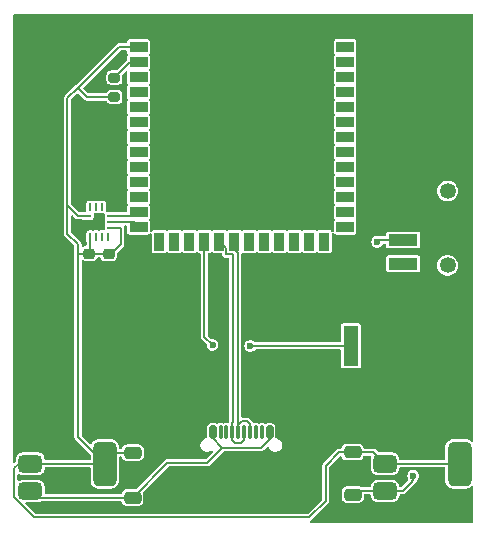
<source format=gbr>
%TF.GenerationSoftware,KiCad,Pcbnew,8.0.8-8.0.8-0~ubuntu24.04.1*%
%TF.CreationDate,2025-08-05T20:55:40-04:00*%
%TF.ProjectId,electronics,656c6563-7472-46f6-9e69-63732e6b6963,rev?*%
%TF.SameCoordinates,Original*%
%TF.FileFunction,Copper,L1,Top*%
%TF.FilePolarity,Positive*%
%FSLAX46Y46*%
G04 Gerber Fmt 4.6, Leading zero omitted, Abs format (unit mm)*
G04 Created by KiCad (PCBNEW 8.0.8-8.0.8-0~ubuntu24.04.1) date 2025-08-05 20:55:40*
%MOMM*%
%LPD*%
G01*
G04 APERTURE LIST*
G04 Aperture macros list*
%AMRoundRect*
0 Rectangle with rounded corners*
0 $1 Rounding radius*
0 $2 $3 $4 $5 $6 $7 $8 $9 X,Y pos of 4 corners*
0 Add a 4 corners polygon primitive as box body*
4,1,4,$2,$3,$4,$5,$6,$7,$8,$9,$2,$3,0*
0 Add four circle primitives for the rounded corners*
1,1,$1+$1,$2,$3*
1,1,$1+$1,$4,$5*
1,1,$1+$1,$6,$7*
1,1,$1+$1,$8,$9*
0 Add four rect primitives between the rounded corners*
20,1,$1+$1,$2,$3,$4,$5,0*
20,1,$1+$1,$4,$5,$6,$7,0*
20,1,$1+$1,$6,$7,$8,$9,0*
20,1,$1+$1,$8,$9,$2,$3,0*%
G04 Aperture macros list end*
%TA.AperFunction,ComponentPad*%
%ADD10C,1.346200*%
%TD*%
%TA.AperFunction,SMDPad,CuDef*%
%ADD11R,2.489200X0.990600*%
%TD*%
%TA.AperFunction,SMDPad,CuDef*%
%ADD12RoundRect,0.375000X-0.625000X-0.375000X0.625000X-0.375000X0.625000X0.375000X-0.625000X0.375000X0*%
%TD*%
%TA.AperFunction,SMDPad,CuDef*%
%ADD13RoundRect,0.500000X-0.500000X-1.400000X0.500000X-1.400000X0.500000X1.400000X-0.500000X1.400000X0*%
%TD*%
%TA.AperFunction,SMDPad,CuDef*%
%ADD14R,0.250000X0.675000*%
%TD*%
%TA.AperFunction,SMDPad,CuDef*%
%ADD15R,0.675000X0.250000*%
%TD*%
%TA.AperFunction,SMDPad,CuDef*%
%ADD16R,1.500000X0.900000*%
%TD*%
%TA.AperFunction,SMDPad,CuDef*%
%ADD17R,0.900000X1.500000*%
%TD*%
%TA.AperFunction,HeatsinkPad*%
%ADD18C,0.600000*%
%TD*%
%TA.AperFunction,SMDPad,CuDef*%
%ADD19R,3.900000X3.900000*%
%TD*%
%TA.AperFunction,SMDPad,CuDef*%
%ADD20RoundRect,0.200000X0.275000X-0.200000X0.275000X0.200000X-0.275000X0.200000X-0.275000X-0.200000X0*%
%TD*%
%TA.AperFunction,SMDPad,CuDef*%
%ADD21RoundRect,0.150000X-0.150000X-0.425000X0.150000X-0.425000X0.150000X0.425000X-0.150000X0.425000X0*%
%TD*%
%TA.AperFunction,SMDPad,CuDef*%
%ADD22RoundRect,0.075000X-0.075000X-0.500000X0.075000X-0.500000X0.075000X0.500000X-0.075000X0.500000X0*%
%TD*%
%TA.AperFunction,SMDPad,CuDef*%
%ADD23RoundRect,0.250000X-0.840000X-0.750000X0.840000X-0.750000X0.840000X0.750000X-0.840000X0.750000X0*%
%TD*%
%TA.AperFunction,SMDPad,CuDef*%
%ADD24RoundRect,0.250000X0.475000X-0.250000X0.475000X0.250000X-0.475000X0.250000X-0.475000X-0.250000X0*%
%TD*%
%TA.AperFunction,SMDPad,CuDef*%
%ADD25RoundRect,0.225000X-0.250000X0.225000X-0.250000X-0.225000X0.250000X-0.225000X0.250000X0.225000X0*%
%TD*%
%TA.AperFunction,SMDPad,CuDef*%
%ADD26R,1.300000X3.400000*%
%TD*%
%TA.AperFunction,ViaPad*%
%ADD27C,0.600000*%
%TD*%
%TA.AperFunction,Conductor*%
%ADD28C,0.200000*%
%TD*%
G04 APERTURE END LIST*
D10*
%TO.P,SW1,6*%
%TO.N,N/C*%
X222404287Y-81190001D03*
%TO.P,SW1,5*%
X222404287Y-87489999D03*
D11*
%TO.P,SW1,3,C*%
%TO.N,GND*%
X218654287Y-83339999D03*
%TO.P,SW1,2,B*%
%TO.N,Net-(BT1--)*%
X218654287Y-85340001D03*
%TO.P,SW1,1,A*%
%TO.N,unconnected-(SW1-A-Pad1)*%
X218654287Y-87339999D03*
%TD*%
D12*
%TO.P,U5,1,GND*%
%TO.N,GND*%
X187090000Y-101977500D03*
%TO.P,U5,2,VO*%
%TO.N,+3V3*%
X187090000Y-104277500D03*
D13*
X193390000Y-104277500D03*
D12*
%TO.P,U5,3,VI*%
%TO.N,Net-(U5-VI)*%
X187090000Y-106577500D03*
%TD*%
%TO.P,U3,1,GND*%
%TO.N,GND*%
X217120000Y-101977500D03*
%TO.P,U3,2,VO*%
%TO.N,+3V3*%
X217120000Y-104277500D03*
D13*
X223420000Y-104277500D03*
D12*
%TO.P,U3,3,VI*%
%TO.N,Net-(BT1-+)*%
X217120000Y-106577500D03*
%TD*%
D14*
%TO.P,U2,1,SDO*%
%TO.N,GND*%
X193652500Y-82535000D03*
%TO.P,U2,2,ASDx*%
%TO.N,unconnected-(U2-ASDx-Pad2)*%
X193152500Y-82535000D03*
%TO.P,U2,3,ASCx*%
%TO.N,unconnected-(U2-ASCx-Pad3)*%
X192652500Y-82535000D03*
%TO.P,U2,4,INT1*%
%TO.N,unconnected-(U2-INT1-Pad4)*%
X192152500Y-82535000D03*
D15*
%TO.P,U2,5,VDDI0*%
%TO.N,+3V3*%
X191890000Y-83297500D03*
%TO.P,U2,6,GNDI0*%
%TO.N,GND*%
X191890000Y-83797500D03*
%TO.P,U2,7,GND*%
X191890000Y-84297500D03*
D14*
%TO.P,U2,8,VDD*%
%TO.N,+3V3*%
X192152500Y-85060000D03*
%TO.P,U2,9,INT2*%
%TO.N,unconnected-(U2-INT2-Pad9)*%
X192652500Y-85060000D03*
%TO.P,U2,10,OCSB*%
%TO.N,unconnected-(U2-OCSB-Pad10)*%
X193152500Y-85060000D03*
%TO.P,U2,11,OSDO*%
%TO.N,unconnected-(U2-OSDO-Pad11)*%
X193652500Y-85060000D03*
D15*
%TO.P,U2,12,CSB*%
%TO.N,+3V3*%
X193915000Y-84297500D03*
%TO.P,U2,13,SCx*%
%TO.N,/SCL*%
X193915000Y-83797500D03*
%TO.P,U2,14,SDx*%
%TO.N,/SDA*%
X193915000Y-83297500D03*
%TD*%
D16*
%TO.P,U1,1,GND*%
%TO.N,GND*%
X196240000Y-67710000D03*
%TO.P,U1,2,3V3*%
%TO.N,+3V3*%
X196240000Y-68980000D03*
%TO.P,U1,3,EN*%
%TO.N,Net-(U1-EN)*%
X196240000Y-70250000D03*
%TO.P,U1,4,IO4*%
%TO.N,unconnected-(U1-IO4-Pad4)*%
X196240000Y-71520000D03*
%TO.P,U1,5,IO5*%
%TO.N,unconnected-(U1-IO5-Pad5)*%
X196240000Y-72790000D03*
%TO.P,U1,6,IO6*%
%TO.N,unconnected-(U1-IO6-Pad6)*%
X196240000Y-74060000D03*
%TO.P,U1,7,IO7*%
%TO.N,unconnected-(U1-IO7-Pad7)*%
X196240000Y-75330000D03*
%TO.P,U1,8,IO15*%
%TO.N,unconnected-(U1-IO15-Pad8)*%
X196240000Y-76600000D03*
%TO.P,U1,9,IO16*%
%TO.N,unconnected-(U1-IO16-Pad9)*%
X196240000Y-77870000D03*
%TO.P,U1,10,IO17*%
%TO.N,unconnected-(U1-IO17-Pad10)*%
X196240000Y-79140000D03*
%TO.P,U1,11,IO18*%
%TO.N,unconnected-(U1-IO18-Pad11)*%
X196240000Y-80410000D03*
%TO.P,U1,12,IO8*%
%TO.N,unconnected-(U1-IO8-Pad12)*%
X196240000Y-81680000D03*
%TO.P,U1,13,IO19*%
%TO.N,/SDA*%
X196240000Y-82950000D03*
%TO.P,U1,14,IO20*%
%TO.N,/SCL*%
X196240000Y-84220000D03*
D17*
%TO.P,U1,15,IO3*%
%TO.N,unconnected-(U1-IO3-Pad15)*%
X198005000Y-85470000D03*
%TO.P,U1,16,IO46*%
%TO.N,unconnected-(U1-IO46-Pad16)*%
X199275000Y-85470000D03*
%TO.P,U1,17,IO9*%
%TO.N,unconnected-(U1-IO9-Pad17)*%
X200545000Y-85470000D03*
%TO.P,U1,18,IO10*%
%TO.N,/BZR*%
X201815000Y-85470000D03*
%TO.P,U1,19,IO11*%
%TO.N,/D-*%
X203085000Y-85470000D03*
%TO.P,U1,20,IO12*%
%TO.N,/D+*%
X204355000Y-85470000D03*
%TO.P,U1,21,IO13*%
%TO.N,unconnected-(U1-IO13-Pad21)*%
X205625000Y-85470000D03*
%TO.P,U1,22,IO14*%
%TO.N,unconnected-(U1-IO14-Pad22)*%
X206895000Y-85470000D03*
%TO.P,U1,23,IO21*%
%TO.N,unconnected-(U1-IO21-Pad23)*%
X208165000Y-85470000D03*
%TO.P,U1,24,IO47*%
%TO.N,unconnected-(U1-IO47-Pad24)*%
X209435000Y-85470000D03*
%TO.P,U1,25,IO48*%
%TO.N,unconnected-(U1-IO48-Pad25)*%
X210705000Y-85470000D03*
%TO.P,U1,26,IO45*%
%TO.N,unconnected-(U1-IO45-Pad26)*%
X211975000Y-85470000D03*
D16*
%TO.P,U1,27,IO0*%
%TO.N,unconnected-(U1-IO0-Pad27)*%
X213740000Y-84220000D03*
%TO.P,U1,28,IO35*%
%TO.N,unconnected-(U1-IO35-Pad28)*%
X213740000Y-82950000D03*
%TO.P,U1,29,IO36*%
%TO.N,unconnected-(U1-IO36-Pad29)*%
X213740000Y-81680000D03*
%TO.P,U1,30,IO37*%
%TO.N,unconnected-(U1-IO37-Pad30)*%
X213740000Y-80410000D03*
%TO.P,U1,31,IO38*%
%TO.N,unconnected-(U1-IO38-Pad31)*%
X213740000Y-79140000D03*
%TO.P,U1,32,IO39*%
%TO.N,unconnected-(U1-IO39-Pad32)*%
X213740000Y-77870000D03*
%TO.P,U1,33,IO40*%
%TO.N,unconnected-(U1-IO40-Pad33)*%
X213740000Y-76600000D03*
%TO.P,U1,34,IO41*%
%TO.N,unconnected-(U1-IO41-Pad34)*%
X213740000Y-75330000D03*
%TO.P,U1,35,IO42*%
%TO.N,unconnected-(U1-IO42-Pad35)*%
X213740000Y-74060000D03*
%TO.P,U1,36,RXD0*%
%TO.N,unconnected-(U1-RXD0-Pad36)*%
X213740000Y-72790000D03*
%TO.P,U1,37,TXD0*%
%TO.N,unconnected-(U1-TXD0-Pad37)*%
X213740000Y-71520000D03*
%TO.P,U1,38,IO2*%
%TO.N,unconnected-(U1-IO2-Pad38)*%
X213740000Y-70250000D03*
%TO.P,U1,39,IO1*%
%TO.N,unconnected-(U1-IO1-Pad39)*%
X213740000Y-68980000D03*
%TO.P,U1,40,GND*%
%TO.N,GND*%
X213740000Y-67710000D03*
D18*
%TO.P,U1,41,GND*%
X202090000Y-74730000D03*
X202090000Y-76130000D03*
X202790000Y-74030000D03*
X202790000Y-75430000D03*
X202790000Y-76830000D03*
X203490000Y-74730000D03*
D19*
X203490000Y-75430000D03*
D18*
X203490000Y-76130000D03*
X204190000Y-74030000D03*
X204190000Y-75430000D03*
X204190000Y-76830000D03*
X204890000Y-74730000D03*
X204890000Y-76130000D03*
%TD*%
D20*
%TO.P,R1,1*%
%TO.N,+3V3*%
X194200000Y-73230000D03*
%TO.P,R1,2*%
%TO.N,Net-(U1-EN)*%
X194200000Y-71580000D03*
%TD*%
D21*
%TO.P,J1,A1,GND*%
%TO.N,GND*%
X201730000Y-101630000D03*
%TO.P,J1,A4,VBUS*%
%TO.N,Net-(U5-VI)*%
X202530000Y-101630000D03*
D22*
%TO.P,J1,A5,CC1*%
%TO.N,unconnected-(J1-CC1-PadA5)*%
X203680000Y-101630000D03*
%TO.P,J1,A6,D+*%
%TO.N,/D+*%
X204680000Y-101630000D03*
%TO.P,J1,A7,D-*%
%TO.N,/D-*%
X205180000Y-101630000D03*
%TO.P,J1,A8*%
%TO.N,N/C*%
X206180000Y-101630000D03*
D21*
%TO.P,J1,A9,VBUS*%
%TO.N,Net-(U5-VI)*%
X207330000Y-101630000D03*
%TO.P,J1,A12,GND*%
%TO.N,GND*%
X208130000Y-101630000D03*
%TO.P,J1,B1,GND*%
X208130000Y-101630000D03*
%TO.P,J1,B4,VBUS*%
%TO.N,Net-(U5-VI)*%
X207330000Y-101630000D03*
D22*
%TO.P,J1,B5,CC2*%
%TO.N,unconnected-(J1-CC2-PadB5)*%
X206680000Y-101630000D03*
%TO.P,J1,B6,D+*%
%TO.N,/D+*%
X205680000Y-101630000D03*
%TO.P,J1,B7,D-*%
%TO.N,/D-*%
X204180000Y-101630000D03*
%TO.P,J1,B8*%
%TO.N,N/C*%
X203180000Y-101630000D03*
D21*
%TO.P,J1,B9,VBUS*%
%TO.N,Net-(U5-VI)*%
X202530000Y-101630000D03*
%TO.P,J1,B12,GND*%
%TO.N,GND*%
X201730000Y-101630000D03*
D23*
%TO.P,J1,S1,SHIELD*%
X199820000Y-102205000D03*
X199820000Y-106135000D03*
X210040000Y-102205000D03*
X210040000Y-106135000D03*
%TD*%
D24*
%TO.P,C7,2*%
%TO.N,GND*%
X195750000Y-101450000D03*
%TO.P,C7,1*%
%TO.N,+3V3*%
X195750000Y-103350000D03*
%TD*%
%TO.P,C6,2*%
%TO.N,GND*%
X195730000Y-105240000D03*
%TO.P,C6,1*%
%TO.N,Net-(U5-VI)*%
X195730000Y-107140000D03*
%TD*%
D25*
%TO.P,C4,1*%
%TO.N,+3V3*%
X192070000Y-86485000D03*
%TO.P,C4,2*%
%TO.N,GND*%
X192070000Y-88035000D03*
%TD*%
%TO.P,C3,1*%
%TO.N,+3V3*%
X193700000Y-86500000D03*
%TO.P,C3,2*%
%TO.N,GND*%
X193700000Y-88050000D03*
%TD*%
D24*
%TO.P,C2,1*%
%TO.N,+3V3*%
X214360000Y-103290000D03*
%TO.P,C2,2*%
%TO.N,GND*%
X214360000Y-101390000D03*
%TD*%
%TO.P,C1,1*%
%TO.N,Net-(BT1-+)*%
X214370000Y-106900000D03*
%TO.P,C1,2*%
%TO.N,GND*%
X214370000Y-105000000D03*
%TD*%
D26*
%TO.P,BZ1,1,+*%
%TO.N,/BZR*%
X214212500Y-94300000D03*
%TO.P,BZ1,2,-*%
%TO.N,GND*%
X222912500Y-94300000D03*
%TD*%
D27*
%TO.N,GND*%
X192000000Y-100080000D03*
X190500000Y-99950000D03*
X210970000Y-104220000D03*
X212950000Y-105240000D03*
X191830000Y-81260000D03*
X189620000Y-82360000D03*
X190850000Y-84130000D03*
%TO.N,Net-(BT1-+)*%
X219500000Y-105300000D03*
%TO.N,/BZR*%
X202502984Y-94224926D03*
X205710000Y-94310000D03*
%TO.N,Net-(BT1--)*%
X216460000Y-85480000D03*
%TD*%
D28*
%TO.N,GND*%
X190500000Y-99950000D02*
X189117500Y-99950000D01*
X189117500Y-99950000D02*
X187090000Y-101977500D01*
X214370000Y-105000000D02*
X213190000Y-105000000D01*
X213190000Y-105000000D02*
X212950000Y-105240000D01*
X192940000Y-81260000D02*
X191830000Y-81260000D01*
X193652500Y-81972500D02*
X192940000Y-81260000D01*
X193652500Y-82535000D02*
X193652500Y-81972500D01*
X191182500Y-83797500D02*
X190850000Y-84130000D01*
X191890000Y-83797500D02*
X191182500Y-83797500D01*
%TO.N,+3V3*%
X191890000Y-83297500D02*
X191137500Y-83297500D01*
X191137500Y-83297500D02*
X190220000Y-82380000D01*
X191110000Y-86440000D02*
X191110000Y-85680000D01*
X191110000Y-85680000D02*
X190220000Y-84790000D01*
X190220000Y-84790000D02*
X190220000Y-73330000D01*
X190220000Y-73330000D02*
X191110000Y-72440000D01*
%TO.N,Net-(BT1-+)*%
X219500000Y-105670000D02*
X219500000Y-105300000D01*
X219270000Y-105900000D02*
X219500000Y-105670000D01*
X217120000Y-106577500D02*
X218592500Y-106577500D01*
X218592500Y-106577500D02*
X219270000Y-105900000D01*
X217120000Y-106577500D02*
X214692500Y-106577500D01*
X214692500Y-106577500D02*
X214370000Y-106900000D01*
%TO.N,+3V3*%
X187090000Y-104277500D02*
X186090000Y-104277500D01*
X186090000Y-104277500D02*
X185690000Y-104677500D01*
X212070000Y-107430000D02*
X212070000Y-104460000D01*
X185690000Y-104677500D02*
X185690000Y-107132094D01*
X212070000Y-104460000D02*
X213240000Y-103290000D01*
X185690000Y-107132094D02*
X187387906Y-108830000D01*
X213240000Y-103290000D02*
X214360000Y-103290000D01*
X187387906Y-108830000D02*
X210670000Y-108830000D01*
X210670000Y-108830000D02*
X212070000Y-107430000D01*
X195750000Y-103350000D02*
X194317500Y-103350000D01*
X194317500Y-103350000D02*
X193390000Y-104277500D01*
%TO.N,Net-(U5-VI)*%
X195730000Y-107140000D02*
X187652500Y-107140000D01*
X187652500Y-107140000D02*
X187090000Y-106577500D01*
X203347590Y-102905000D02*
X202062590Y-104190000D01*
X202062590Y-104190000D02*
X198680000Y-104190000D01*
X198680000Y-104190000D02*
X195730000Y-107140000D01*
X207330000Y-101630000D02*
X207330000Y-102204999D01*
X207330000Y-102204999D02*
X206629999Y-102905000D01*
X206629999Y-102905000D02*
X203347590Y-102905000D01*
X203347590Y-102905000D02*
X202530000Y-102087410D01*
X202530000Y-102087410D02*
X202530000Y-101630000D01*
%TO.N,/BZR*%
X202502984Y-94224926D02*
X201815000Y-93536942D01*
X201815000Y-93536942D02*
X201815000Y-85470000D01*
X205720000Y-94300000D02*
X205710000Y-94310000D01*
X214212500Y-94300000D02*
X205720000Y-94300000D01*
%TO.N,/D+*%
X204355000Y-85470000D02*
X204355000Y-86103603D01*
X204355000Y-86103603D02*
X204655000Y-86403603D01*
X204655000Y-86403603D02*
X204655000Y-100742499D01*
X204655000Y-100742499D02*
X204680000Y-100767499D01*
%TO.N,/D-*%
X204180000Y-100767499D02*
X204180000Y-101630000D01*
%TO.N,/D+*%
X204680000Y-100767499D02*
X204680000Y-101630000D01*
%TO.N,/D-*%
X204135000Y-86520000D02*
X204205000Y-86590000D01*
X203085000Y-85470000D02*
X203605000Y-85990000D01*
X203605000Y-85990000D02*
X203605000Y-86520000D01*
X203605000Y-86520000D02*
X204135000Y-86520000D01*
X204205000Y-86590000D02*
X204205000Y-100742499D01*
X204205000Y-100742499D02*
X204180000Y-100767499D01*
%TO.N,/D+*%
X204680000Y-101630000D02*
X204680000Y-101022590D01*
X204680000Y-101022590D02*
X205022590Y-100680000D01*
X205022590Y-100680000D02*
X205437410Y-100680000D01*
X205437410Y-100680000D02*
X205680000Y-100922590D01*
X205680000Y-100922590D02*
X205680000Y-101630000D01*
%TO.N,/D-*%
X204180000Y-101630000D02*
X204180000Y-102237410D01*
X204180000Y-102237410D02*
X204447590Y-102505000D01*
X204447590Y-102505000D02*
X204925000Y-102505000D01*
X204925000Y-102505000D02*
X205180000Y-102250000D01*
X205180000Y-102250000D02*
X205180000Y-101630000D01*
%TO.N,+3V3*%
X193700000Y-86500000D02*
X192085000Y-86500000D01*
X192085000Y-86500000D02*
X192070000Y-86485000D01*
X194730000Y-85650000D02*
X194740000Y-85660000D01*
X194730000Y-84390000D02*
X194730000Y-85650000D01*
X193915000Y-84297500D02*
X194637500Y-84297500D01*
X194637500Y-84297500D02*
X194730000Y-84390000D01*
X194740000Y-85660000D02*
X193900000Y-86500000D01*
X193900000Y-86500000D02*
X193700000Y-86500000D01*
X191110000Y-101997500D02*
X191110000Y-86440000D01*
X192070000Y-86485000D02*
X191155000Y-86485000D01*
X191155000Y-86485000D02*
X191110000Y-86440000D01*
X192152500Y-85060000D02*
X192152500Y-86402500D01*
X192152500Y-86402500D02*
X192070000Y-86485000D01*
%TO.N,/SDA*%
X193915000Y-83297500D02*
X195892500Y-83297500D01*
X195892500Y-83297500D02*
X196240000Y-82950000D01*
%TO.N,/SCL*%
X193915000Y-83797500D02*
X195817500Y-83797500D01*
X195817500Y-83797500D02*
X196240000Y-84220000D01*
%TO.N,Net-(BT1--)*%
X216460000Y-85480000D02*
X216599999Y-85340001D01*
X216599999Y-85340001D02*
X218654287Y-85340001D01*
%TO.N,+3V3*%
X194200000Y-73230000D02*
X191900000Y-73230000D01*
X191900000Y-73230000D02*
X191110000Y-72440000D01*
%TO.N,Net-(U1-EN)*%
X194200000Y-71580000D02*
X195530000Y-70250000D01*
X195530000Y-70250000D02*
X196240000Y-70250000D01*
%TO.N,+3V3*%
X193390000Y-104277500D02*
X191110000Y-101997500D01*
X191110000Y-72440000D02*
X194570000Y-68980000D01*
X194570000Y-68980000D02*
X196240000Y-68980000D01*
X193390000Y-104277500D02*
X187090000Y-104277500D01*
X214360000Y-103290000D02*
X216132500Y-103290000D01*
X216132500Y-103290000D02*
X217120000Y-104277500D01*
X217120000Y-104277500D02*
X223420000Y-104277500D01*
%TD*%
%TA.AperFunction,Conductor*%
%TO.N,GND*%
G36*
X215911345Y-103609407D02*
G01*
X215947309Y-103658907D01*
X215947309Y-103720093D01*
X215944618Y-103727386D01*
X215934314Y-103752261D01*
X215934312Y-103752267D01*
X215926332Y-103812882D01*
X215919500Y-103864780D01*
X215919500Y-104690220D01*
X215934313Y-104802736D01*
X215992302Y-104942733D01*
X216084549Y-105062951D01*
X216204767Y-105155198D01*
X216344764Y-105213187D01*
X216457280Y-105228000D01*
X216457281Y-105228000D01*
X217782719Y-105228000D01*
X217782720Y-105228000D01*
X217895236Y-105213187D01*
X218035233Y-105155198D01*
X218155451Y-105062951D01*
X218247698Y-104942733D01*
X218305687Y-104802736D01*
X218320500Y-104690220D01*
X218320500Y-104677000D01*
X218339407Y-104618809D01*
X218388907Y-104582845D01*
X218419500Y-104578000D01*
X222120500Y-104578000D01*
X222178691Y-104596907D01*
X222214655Y-104646407D01*
X222219500Y-104677000D01*
X222219500Y-105734120D01*
X222225913Y-105804694D01*
X222276521Y-105967105D01*
X222276522Y-105967107D01*
X222328000Y-106052261D01*
X222364528Y-106112685D01*
X222484815Y-106232972D01*
X222630394Y-106320978D01*
X222792804Y-106371586D01*
X222863384Y-106378000D01*
X222863389Y-106378000D01*
X223976611Y-106378000D01*
X223976616Y-106378000D01*
X224047196Y-106371586D01*
X224209606Y-106320978D01*
X224355185Y-106232972D01*
X224420498Y-106167658D01*
X224475013Y-106139883D01*
X224535445Y-106149454D01*
X224578710Y-106192719D01*
X224589500Y-106237664D01*
X224589500Y-109200500D01*
X224570593Y-109258691D01*
X224521093Y-109294655D01*
X224490500Y-109299500D01*
X210826253Y-109299500D01*
X210768062Y-109280593D01*
X210732098Y-109231093D01*
X210732098Y-109169907D01*
X210768062Y-109120407D01*
X210780478Y-109113454D01*
X210780370Y-109113266D01*
X210825235Y-109087362D01*
X210854511Y-109070460D01*
X210910460Y-109014511D01*
X212310460Y-107614511D01*
X212314980Y-107606681D01*
X212320199Y-107597644D01*
X212340079Y-107563208D01*
X212350021Y-107545989D01*
X212370500Y-107469562D01*
X212370500Y-106595725D01*
X213444500Y-106595725D01*
X213444500Y-107204274D01*
X213447353Y-107234694D01*
X213447355Y-107234703D01*
X213492207Y-107362883D01*
X213572845Y-107472144D01*
X213572847Y-107472146D01*
X213572850Y-107472150D01*
X213572853Y-107472152D01*
X213572855Y-107472154D01*
X213682116Y-107552792D01*
X213682117Y-107552792D01*
X213682118Y-107552793D01*
X213810301Y-107597646D01*
X213840725Y-107600499D01*
X213840727Y-107600500D01*
X213840734Y-107600500D01*
X214899273Y-107600500D01*
X214899273Y-107600499D01*
X214929699Y-107597646D01*
X215057882Y-107552793D01*
X215167150Y-107472150D01*
X215247793Y-107362882D01*
X215292646Y-107234699D01*
X215295499Y-107204273D01*
X215295500Y-107204273D01*
X215295500Y-106977000D01*
X215314407Y-106918809D01*
X215363907Y-106882845D01*
X215394500Y-106878000D01*
X215820500Y-106878000D01*
X215878691Y-106896907D01*
X215914655Y-106946407D01*
X215919500Y-106977000D01*
X215919500Y-106990220D01*
X215934313Y-107102736D01*
X215992302Y-107242733D01*
X216084549Y-107362951D01*
X216204767Y-107455198D01*
X216344764Y-107513187D01*
X216457280Y-107528000D01*
X216457281Y-107528000D01*
X217782719Y-107528000D01*
X217782720Y-107528000D01*
X217895236Y-107513187D01*
X218035233Y-107455198D01*
X218155451Y-107362951D01*
X218247698Y-107242733D01*
X218305687Y-107102736D01*
X218320500Y-106990220D01*
X218320500Y-106977000D01*
X218339407Y-106918809D01*
X218388907Y-106882845D01*
X218419500Y-106878000D01*
X218632063Y-106878000D01*
X218632063Y-106877999D01*
X218708489Y-106857521D01*
X218777011Y-106817960D01*
X218832960Y-106762011D01*
X219510460Y-106084511D01*
X219740460Y-105854511D01*
X219776521Y-105792051D01*
X219780019Y-105785993D01*
X219780019Y-105785992D01*
X219780021Y-105785989D01*
X219793098Y-105737183D01*
X219825806Y-105686818D01*
X219825774Y-105686782D01*
X219825902Y-105686670D01*
X219826421Y-105685872D01*
X219828849Y-105684116D01*
X219831119Y-105682148D01*
X219831128Y-105682143D01*
X219925377Y-105573373D01*
X219985165Y-105442457D01*
X220005647Y-105300000D01*
X219985165Y-105157543D01*
X219925377Y-105026627D01*
X219831128Y-104917857D01*
X219831127Y-104917856D01*
X219831126Y-104917855D01*
X219710057Y-104840049D01*
X219710054Y-104840047D01*
X219710053Y-104840047D01*
X219710050Y-104840046D01*
X219571964Y-104799500D01*
X219571961Y-104799500D01*
X219428039Y-104799500D01*
X219428035Y-104799500D01*
X219289949Y-104840046D01*
X219289942Y-104840049D01*
X219168873Y-104917855D01*
X219074622Y-105026628D01*
X219014834Y-105157543D01*
X218994353Y-105299997D01*
X218994353Y-105300002D01*
X219014834Y-105442456D01*
X219014834Y-105442458D01*
X219076488Y-105577459D01*
X219083463Y-105638245D01*
X219056439Y-105688589D01*
X218497025Y-106248004D01*
X218442508Y-106275781D01*
X218427021Y-106277000D01*
X218419500Y-106277000D01*
X218361309Y-106258093D01*
X218325345Y-106208593D01*
X218320500Y-106178000D01*
X218320500Y-106164781D01*
X218320500Y-106164780D01*
X218305687Y-106052264D01*
X218247698Y-105912267D01*
X218155451Y-105792049D01*
X218035233Y-105699802D01*
X217895236Y-105641813D01*
X217895234Y-105641812D01*
X217895232Y-105641812D01*
X217782720Y-105627000D01*
X216457280Y-105627000D01*
X216457279Y-105627000D01*
X216344767Y-105641812D01*
X216344761Y-105641814D01*
X216204768Y-105699801D01*
X216084551Y-105792047D01*
X216084547Y-105792051D01*
X215992301Y-105912268D01*
X215934314Y-106052261D01*
X215934312Y-106052267D01*
X215919500Y-106164779D01*
X215919500Y-106178000D01*
X215900593Y-106236191D01*
X215851093Y-106272155D01*
X215820500Y-106277000D01*
X215130827Y-106277000D01*
X215072636Y-106258093D01*
X215072105Y-106257704D01*
X215057882Y-106247207D01*
X215057881Y-106247206D01*
X214929703Y-106202355D01*
X214929694Y-106202353D01*
X214899274Y-106199500D01*
X214899266Y-106199500D01*
X213840734Y-106199500D01*
X213840725Y-106199500D01*
X213810305Y-106202353D01*
X213810296Y-106202355D01*
X213682116Y-106247207D01*
X213572855Y-106327845D01*
X213572845Y-106327855D01*
X213492207Y-106437116D01*
X213447355Y-106565296D01*
X213447353Y-106565305D01*
X213444500Y-106595725D01*
X212370500Y-106595725D01*
X212370500Y-104625479D01*
X212389407Y-104567288D01*
X212399496Y-104555475D01*
X212841950Y-104113021D01*
X213298188Y-103656782D01*
X213352703Y-103629007D01*
X213413135Y-103638578D01*
X213456400Y-103681843D01*
X213461634Y-103694090D01*
X213482207Y-103752882D01*
X213482207Y-103752883D01*
X213562845Y-103862144D01*
X213562847Y-103862146D01*
X213562850Y-103862150D01*
X213562853Y-103862152D01*
X213562855Y-103862154D01*
X213672116Y-103942792D01*
X213672117Y-103942792D01*
X213672118Y-103942793D01*
X213800301Y-103987646D01*
X213830725Y-103990499D01*
X213830727Y-103990500D01*
X213830734Y-103990500D01*
X214889273Y-103990500D01*
X214889273Y-103990499D01*
X214919699Y-103987646D01*
X215047882Y-103942793D01*
X215157150Y-103862150D01*
X215237793Y-103752882D01*
X215271413Y-103656802D01*
X215308478Y-103608122D01*
X215364857Y-103590500D01*
X215853154Y-103590500D01*
X215911345Y-103609407D01*
G37*
%TD.AperFunction*%
%TA.AperFunction,Conductor*%
G36*
X202707506Y-75926886D02*
G01*
X202718109Y-75929999D01*
X202718112Y-75930000D01*
X202861888Y-75930000D01*
X202861892Y-75929999D01*
X202872491Y-75926887D01*
X202933651Y-75928633D01*
X202982105Y-75965994D01*
X202999345Y-76024701D01*
X202998377Y-76035964D01*
X202984858Y-76129995D01*
X202984858Y-76130003D01*
X202998377Y-76224034D01*
X202987944Y-76284324D01*
X202944065Y-76326966D01*
X202883503Y-76335673D01*
X202872496Y-76333114D01*
X202861891Y-76330000D01*
X202718112Y-76330000D01*
X202718104Y-76330001D01*
X202707501Y-76333114D01*
X202646341Y-76331364D01*
X202597890Y-76293999D01*
X202580654Y-76235292D01*
X202581622Y-76224033D01*
X202595142Y-76130001D01*
X202595142Y-76129997D01*
X202581622Y-76035965D01*
X202592055Y-75975676D01*
X202635933Y-75933034D01*
X202696495Y-75924326D01*
X202707506Y-75926886D01*
G37*
%TD.AperFunction*%
%TA.AperFunction,Conductor*%
G36*
X204107506Y-75926886D02*
G01*
X204118109Y-75929999D01*
X204118112Y-75930000D01*
X204261888Y-75930000D01*
X204261892Y-75929999D01*
X204272491Y-75926887D01*
X204333651Y-75928633D01*
X204382105Y-75965994D01*
X204399345Y-76024701D01*
X204398377Y-76035964D01*
X204384858Y-76129995D01*
X204384858Y-76130003D01*
X204398377Y-76224034D01*
X204387944Y-76284324D01*
X204344065Y-76326966D01*
X204283503Y-76335673D01*
X204272496Y-76333114D01*
X204261891Y-76330000D01*
X204118112Y-76330000D01*
X204118104Y-76330001D01*
X204107501Y-76333114D01*
X204046341Y-76331364D01*
X203997890Y-76293999D01*
X203980654Y-76235292D01*
X203981622Y-76224033D01*
X203995142Y-76130001D01*
X203995142Y-76129997D01*
X203981622Y-76035965D01*
X203992055Y-75975676D01*
X204035933Y-75933034D01*
X204096495Y-75924326D01*
X204107506Y-75926886D01*
G37*
%TD.AperFunction*%
%TA.AperFunction,Conductor*%
G36*
X203407506Y-75226886D02*
G01*
X203418109Y-75229999D01*
X203418112Y-75230000D01*
X203561888Y-75230000D01*
X203561892Y-75229999D01*
X203572491Y-75226887D01*
X203633651Y-75228633D01*
X203682105Y-75265994D01*
X203699345Y-75324701D01*
X203698377Y-75335964D01*
X203684858Y-75429995D01*
X203684858Y-75430003D01*
X203698377Y-75524034D01*
X203687944Y-75584324D01*
X203644065Y-75626966D01*
X203583503Y-75635673D01*
X203572496Y-75633114D01*
X203561891Y-75630000D01*
X203418112Y-75630000D01*
X203418104Y-75630001D01*
X203407501Y-75633114D01*
X203346341Y-75631364D01*
X203297890Y-75593999D01*
X203280654Y-75535292D01*
X203281622Y-75524033D01*
X203295142Y-75430001D01*
X203295142Y-75429997D01*
X203281622Y-75335965D01*
X203292055Y-75275676D01*
X203335933Y-75233034D01*
X203396495Y-75224326D01*
X203407506Y-75226886D01*
G37*
%TD.AperFunction*%
%TA.AperFunction,Conductor*%
G36*
X202707506Y-74526886D02*
G01*
X202718109Y-74529999D01*
X202718112Y-74530000D01*
X202861888Y-74530000D01*
X202861892Y-74529999D01*
X202872491Y-74526887D01*
X202933651Y-74528633D01*
X202982105Y-74565994D01*
X202999345Y-74624701D01*
X202998377Y-74635964D01*
X202984858Y-74729995D01*
X202984858Y-74730003D01*
X202998377Y-74824034D01*
X202987944Y-74884324D01*
X202944065Y-74926966D01*
X202883503Y-74935673D01*
X202872496Y-74933114D01*
X202861891Y-74930000D01*
X202718112Y-74930000D01*
X202718104Y-74930001D01*
X202707501Y-74933114D01*
X202646341Y-74931364D01*
X202597890Y-74893999D01*
X202580654Y-74835292D01*
X202581622Y-74824033D01*
X202595142Y-74730001D01*
X202595142Y-74729997D01*
X202581622Y-74635965D01*
X202592055Y-74575676D01*
X202635933Y-74533034D01*
X202696495Y-74524326D01*
X202707506Y-74526886D01*
G37*
%TD.AperFunction*%
%TA.AperFunction,Conductor*%
G36*
X204107506Y-74526886D02*
G01*
X204118109Y-74529999D01*
X204118112Y-74530000D01*
X204261888Y-74530000D01*
X204261892Y-74529999D01*
X204272491Y-74526887D01*
X204333651Y-74528633D01*
X204382105Y-74565994D01*
X204399345Y-74624701D01*
X204398377Y-74635964D01*
X204384858Y-74729995D01*
X204384858Y-74730003D01*
X204398377Y-74824034D01*
X204387944Y-74884324D01*
X204344065Y-74926966D01*
X204283503Y-74935673D01*
X204272496Y-74933114D01*
X204261891Y-74930000D01*
X204118112Y-74930000D01*
X204118104Y-74930001D01*
X204107501Y-74933114D01*
X204046341Y-74931364D01*
X203997890Y-74893999D01*
X203980654Y-74835292D01*
X203981622Y-74824033D01*
X203995142Y-74730001D01*
X203995142Y-74729997D01*
X203981622Y-74635965D01*
X203992055Y-74575676D01*
X204035933Y-74533034D01*
X204096495Y-74524326D01*
X204107506Y-74526886D01*
G37*
%TD.AperFunction*%
%TA.AperFunction,Conductor*%
G36*
X224548691Y-66238907D02*
G01*
X224584655Y-66288407D01*
X224589500Y-66319000D01*
X224589500Y-102317336D01*
X224570593Y-102375527D01*
X224521093Y-102411491D01*
X224459907Y-102411491D01*
X224420498Y-102387341D01*
X224355185Y-102322028D01*
X224317777Y-102299414D01*
X224209607Y-102234022D01*
X224209605Y-102234021D01*
X224047194Y-102183413D01*
X223976620Y-102177000D01*
X223976616Y-102177000D01*
X222863384Y-102177000D01*
X222863379Y-102177000D01*
X222792805Y-102183413D01*
X222630394Y-102234021D01*
X222630392Y-102234022D01*
X222484816Y-102322027D01*
X222364527Y-102442316D01*
X222276522Y-102587892D01*
X222276521Y-102587894D01*
X222225913Y-102750305D01*
X222219500Y-102820879D01*
X222219500Y-103878000D01*
X222200593Y-103936191D01*
X222151093Y-103972155D01*
X222120500Y-103977000D01*
X218419500Y-103977000D01*
X218361309Y-103958093D01*
X218325345Y-103908593D01*
X218320500Y-103878000D01*
X218320500Y-103864781D01*
X218320500Y-103864780D01*
X218305687Y-103752264D01*
X218247698Y-103612267D01*
X218155451Y-103492049D01*
X218035233Y-103399802D01*
X217895236Y-103341813D01*
X217895234Y-103341812D01*
X217895232Y-103341812D01*
X217782720Y-103327000D01*
X216635479Y-103327000D01*
X216577288Y-103308093D01*
X216565475Y-103298004D01*
X216317010Y-103049539D01*
X216310422Y-103045736D01*
X216310423Y-103045736D01*
X216310419Y-103045734D01*
X216248489Y-103009979D01*
X216248487Y-103009978D01*
X216248485Y-103009977D01*
X216172064Y-102989500D01*
X216172062Y-102989500D01*
X215364857Y-102989500D01*
X215306666Y-102970593D01*
X215271413Y-102923198D01*
X215245981Y-102850519D01*
X215237793Y-102827118D01*
X215233195Y-102820888D01*
X215157154Y-102717855D01*
X215157152Y-102717853D01*
X215157150Y-102717850D01*
X215157146Y-102717847D01*
X215157144Y-102717845D01*
X215047883Y-102637207D01*
X214919703Y-102592355D01*
X214919694Y-102592353D01*
X214889274Y-102589500D01*
X214889266Y-102589500D01*
X213830734Y-102589500D01*
X213830725Y-102589500D01*
X213800305Y-102592353D01*
X213800296Y-102592355D01*
X213672116Y-102637207D01*
X213562855Y-102717845D01*
X213562845Y-102717855D01*
X213482207Y-102827116D01*
X213448587Y-102923198D01*
X213411522Y-102971878D01*
X213355143Y-102989500D01*
X213200435Y-102989500D01*
X213124014Y-103009977D01*
X213114793Y-103015301D01*
X213062081Y-103045734D01*
X213062078Y-103045736D01*
X213055489Y-103049539D01*
X211885489Y-104219540D01*
X211885488Y-104219539D01*
X211829539Y-104275489D01*
X211789980Y-104344007D01*
X211789978Y-104344011D01*
X211769500Y-104420435D01*
X211769500Y-107264521D01*
X211750593Y-107322712D01*
X211740504Y-107334525D01*
X210574525Y-108500504D01*
X210520008Y-108528281D01*
X210504521Y-108529500D01*
X187553385Y-108529500D01*
X187495194Y-108510593D01*
X187483381Y-108500504D01*
X186679881Y-107697004D01*
X186652104Y-107642487D01*
X186661675Y-107582055D01*
X186704940Y-107538790D01*
X186749885Y-107528000D01*
X187752719Y-107528000D01*
X187752720Y-107528000D01*
X187865236Y-107513187D01*
X188005233Y-107455198D01*
X188005239Y-107455193D01*
X188007711Y-107453767D01*
X188010479Y-107453025D01*
X188011228Y-107452715D01*
X188011268Y-107452813D01*
X188057217Y-107440500D01*
X194725143Y-107440500D01*
X194783334Y-107459407D01*
X194818587Y-107506802D01*
X194852207Y-107602883D01*
X194932845Y-107712144D01*
X194932847Y-107712146D01*
X194932850Y-107712150D01*
X194932853Y-107712152D01*
X194932855Y-107712154D01*
X195042116Y-107792792D01*
X195042117Y-107792792D01*
X195042118Y-107792793D01*
X195170301Y-107837646D01*
X195200725Y-107840499D01*
X195200727Y-107840500D01*
X195200734Y-107840500D01*
X196259273Y-107840500D01*
X196259273Y-107840499D01*
X196289699Y-107837646D01*
X196417882Y-107792793D01*
X196527150Y-107712150D01*
X196607793Y-107602882D01*
X196652646Y-107474699D01*
X196655499Y-107444273D01*
X196655500Y-107444273D01*
X196655500Y-106835727D01*
X196655499Y-106835725D01*
X196652646Y-106805301D01*
X196630944Y-106743283D01*
X196629571Y-106682117D01*
X196654383Y-106640586D01*
X198775475Y-104519496D01*
X198829992Y-104491719D01*
X198845479Y-104490500D01*
X202102153Y-104490500D01*
X202102153Y-104490499D01*
X202178579Y-104470021D01*
X202247101Y-104430460D01*
X202303050Y-104374511D01*
X203443065Y-103234496D01*
X203497582Y-103206719D01*
X203513069Y-103205500D01*
X206669562Y-103205500D01*
X206669562Y-103205499D01*
X206745988Y-103185021D01*
X206814510Y-103145460D01*
X206842484Y-103117485D01*
X206870460Y-103089511D01*
X207109451Y-102850519D01*
X207163968Y-102822741D01*
X207224400Y-102832312D01*
X207267665Y-102875577D01*
X207275080Y-102894894D01*
X207277788Y-102905000D01*
X207283720Y-102927139D01*
X207359481Y-103058360D01*
X207359483Y-103058362D01*
X207359485Y-103058365D01*
X207466635Y-103165515D01*
X207466637Y-103165516D01*
X207466639Y-103165518D01*
X207597861Y-103241279D01*
X207597859Y-103241279D01*
X207597863Y-103241280D01*
X207597865Y-103241281D01*
X207744234Y-103280500D01*
X207744236Y-103280500D01*
X207895764Y-103280500D01*
X207895766Y-103280500D01*
X208042135Y-103241281D01*
X208042137Y-103241279D01*
X208042139Y-103241279D01*
X208173360Y-103165518D01*
X208173360Y-103165517D01*
X208173365Y-103165515D01*
X208280515Y-103058365D01*
X208285633Y-103049500D01*
X208356279Y-102927139D01*
X208356279Y-102927137D01*
X208356281Y-102927135D01*
X208395500Y-102780766D01*
X208395500Y-102629234D01*
X208356281Y-102482865D01*
X208356279Y-102482862D01*
X208356279Y-102482860D01*
X208280518Y-102351639D01*
X208280516Y-102351637D01*
X208280515Y-102351635D01*
X208173365Y-102244485D01*
X208173362Y-102244483D01*
X208173360Y-102244481D01*
X208042138Y-102168720D01*
X208042139Y-102168720D01*
X207903877Y-102131673D01*
X207852562Y-102098349D01*
X207830636Y-102041227D01*
X207830500Y-102036046D01*
X207830500Y-101171743D01*
X207830500Y-101171740D01*
X207820573Y-101103607D01*
X207769198Y-100998517D01*
X207686483Y-100915802D01*
X207660284Y-100902994D01*
X207581395Y-100864427D01*
X207554139Y-100860456D01*
X207513260Y-100854500D01*
X207146740Y-100854500D01*
X207112673Y-100859463D01*
X207078604Y-100864427D01*
X206999714Y-100902994D01*
X206939131Y-100911565D01*
X206901232Y-100896368D01*
X206862498Y-100870487D01*
X206862496Y-100870486D01*
X206862495Y-100870485D01*
X206782133Y-100854500D01*
X206782132Y-100854500D01*
X206577870Y-100854500D01*
X206577862Y-100854501D01*
X206497505Y-100870484D01*
X206497501Y-100870486D01*
X206484999Y-100878840D01*
X206426111Y-100895447D01*
X206375001Y-100878840D01*
X206362496Y-100870485D01*
X206362495Y-100870484D01*
X206282134Y-100854500D01*
X206077870Y-100854500D01*
X206077855Y-100854502D01*
X206066537Y-100856753D01*
X206005777Y-100849557D01*
X205961494Y-100809154D01*
X205960021Y-100806604D01*
X205960021Y-100806601D01*
X205920460Y-100738079D01*
X205910315Y-100727934D01*
X205864512Y-100682130D01*
X205621920Y-100439539D01*
X205553402Y-100399980D01*
X205553398Y-100399978D01*
X205476974Y-100379500D01*
X205476972Y-100379500D01*
X205054500Y-100379500D01*
X204996309Y-100360593D01*
X204960345Y-100311093D01*
X204955500Y-100280500D01*
X204955500Y-94309997D01*
X205204353Y-94309997D01*
X205204353Y-94310002D01*
X205224834Y-94452456D01*
X205284622Y-94583371D01*
X205284623Y-94583373D01*
X205329071Y-94634669D01*
X205378873Y-94692144D01*
X205430661Y-94725426D01*
X205499947Y-94769953D01*
X205606403Y-94801211D01*
X205638035Y-94810499D01*
X205638036Y-94810499D01*
X205638039Y-94810500D01*
X205638041Y-94810500D01*
X205781959Y-94810500D01*
X205781961Y-94810500D01*
X205920053Y-94769953D01*
X206041128Y-94692143D01*
X206061262Y-94668907D01*
X206090930Y-94634669D01*
X206143326Y-94603073D01*
X206165749Y-94600500D01*
X213263000Y-94600500D01*
X213321191Y-94619407D01*
X213357155Y-94668907D01*
X213362000Y-94699500D01*
X213362000Y-96019746D01*
X213362001Y-96019758D01*
X213373632Y-96078227D01*
X213373633Y-96078231D01*
X213417948Y-96144552D01*
X213484269Y-96188867D01*
X213528731Y-96197711D01*
X213542741Y-96200498D01*
X213542746Y-96200498D01*
X213542752Y-96200500D01*
X213542753Y-96200500D01*
X214882247Y-96200500D01*
X214882248Y-96200500D01*
X214940731Y-96188867D01*
X215007052Y-96144552D01*
X215051367Y-96078231D01*
X215063000Y-96019748D01*
X215063000Y-92580252D01*
X215051367Y-92521769D01*
X215007052Y-92455448D01*
X215007048Y-92455445D01*
X214940733Y-92411134D01*
X214940731Y-92411133D01*
X214940728Y-92411132D01*
X214940727Y-92411132D01*
X214882258Y-92399501D01*
X214882248Y-92399500D01*
X213542752Y-92399500D01*
X213542751Y-92399500D01*
X213542741Y-92399501D01*
X213484272Y-92411132D01*
X213484266Y-92411134D01*
X213417951Y-92455445D01*
X213417945Y-92455451D01*
X213373634Y-92521766D01*
X213373632Y-92521772D01*
X213362001Y-92580241D01*
X213362000Y-92580253D01*
X213362000Y-93900500D01*
X213343093Y-93958691D01*
X213293593Y-93994655D01*
X213263000Y-93999500D01*
X206148418Y-93999500D01*
X206090227Y-93980593D01*
X206073599Y-93965331D01*
X206041128Y-93927857D01*
X205998560Y-93900500D01*
X205920057Y-93850049D01*
X205920054Y-93850047D01*
X205920053Y-93850047D01*
X205920050Y-93850046D01*
X205781964Y-93809500D01*
X205781961Y-93809500D01*
X205638039Y-93809500D01*
X205638035Y-93809500D01*
X205499949Y-93850046D01*
X205499942Y-93850049D01*
X205378873Y-93927855D01*
X205284622Y-94036628D01*
X205224834Y-94167543D01*
X205204353Y-94309997D01*
X204955500Y-94309997D01*
X204955500Y-86824952D01*
X217209187Y-86824952D01*
X217209187Y-87855045D01*
X217209188Y-87855057D01*
X217220819Y-87913526D01*
X217220820Y-87913530D01*
X217265135Y-87979851D01*
X217331456Y-88024166D01*
X217375918Y-88033010D01*
X217389928Y-88035797D01*
X217389933Y-88035797D01*
X217389939Y-88035799D01*
X217389940Y-88035799D01*
X219918634Y-88035799D01*
X219918635Y-88035799D01*
X219977118Y-88024166D01*
X220043439Y-87979851D01*
X220087754Y-87913530D01*
X220099387Y-87855047D01*
X220099387Y-87489999D01*
X221525875Y-87489999D01*
X221545071Y-87672636D01*
X221601816Y-87847276D01*
X221601822Y-87847290D01*
X221674767Y-87973633D01*
X221693637Y-88006317D01*
X221693639Y-88006319D01*
X221816509Y-88142781D01*
X221816510Y-88142782D01*
X221816514Y-88142784D01*
X221816515Y-88142786D01*
X221965081Y-88250726D01*
X221965086Y-88250728D01*
X221965091Y-88250731D01*
X222132836Y-88325415D01*
X222132843Y-88325418D01*
X222312468Y-88363599D01*
X222312471Y-88363599D01*
X222496103Y-88363599D01*
X222496106Y-88363599D01*
X222675731Y-88325418D01*
X222843493Y-88250726D01*
X222992059Y-88142786D01*
X223114937Y-88006317D01*
X223202272Y-87855047D01*
X223206751Y-87847290D01*
X223206751Y-87847288D01*
X223206756Y-87847281D01*
X223263504Y-87672631D01*
X223282699Y-87489999D01*
X223263504Y-87307367D01*
X223206756Y-87132717D01*
X223206753Y-87132712D01*
X223206751Y-87132707D01*
X223156186Y-87045126D01*
X223114937Y-86973681D01*
X223038606Y-86888907D01*
X222992064Y-86837216D01*
X222992063Y-86837215D01*
X222992059Y-86837212D01*
X222843493Y-86729272D01*
X222843489Y-86729270D01*
X222843482Y-86729266D01*
X222675737Y-86654582D01*
X222675732Y-86654580D01*
X222675731Y-86654580D01*
X222675728Y-86654579D01*
X222675727Y-86654579D01*
X222641564Y-86647317D01*
X222496106Y-86616399D01*
X222312468Y-86616399D01*
X222197928Y-86640745D01*
X222132846Y-86654579D01*
X222132836Y-86654582D01*
X221965091Y-86729266D01*
X221965084Y-86729270D01*
X221816510Y-86837215D01*
X221816509Y-86837216D01*
X221693639Y-86973678D01*
X221693635Y-86973684D01*
X221601822Y-87132707D01*
X221601816Y-87132721D01*
X221545071Y-87307361D01*
X221525875Y-87489999D01*
X220099387Y-87489999D01*
X220099387Y-86824951D01*
X220098501Y-86820499D01*
X220094428Y-86800019D01*
X220087754Y-86766468D01*
X220043439Y-86700147D01*
X220043435Y-86700144D01*
X219977120Y-86655833D01*
X219977118Y-86655832D01*
X219977115Y-86655831D01*
X219977114Y-86655831D01*
X219918645Y-86644200D01*
X219918635Y-86644199D01*
X217389939Y-86644199D01*
X217389938Y-86644199D01*
X217389928Y-86644200D01*
X217331459Y-86655831D01*
X217331453Y-86655833D01*
X217265138Y-86700144D01*
X217265132Y-86700150D01*
X217220821Y-86766465D01*
X217220819Y-86766471D01*
X217209188Y-86824940D01*
X217209187Y-86824952D01*
X204955500Y-86824952D01*
X204955500Y-86498515D01*
X204974407Y-86440324D01*
X205023907Y-86404360D01*
X205085093Y-86404360D01*
X205092385Y-86407051D01*
X205096767Y-86408865D01*
X205096769Y-86408867D01*
X205126827Y-86414845D01*
X205155241Y-86420498D01*
X205155246Y-86420498D01*
X205155252Y-86420500D01*
X205155253Y-86420500D01*
X206094747Y-86420500D01*
X206094748Y-86420500D01*
X206153231Y-86408867D01*
X206205000Y-86374274D01*
X206263885Y-86357667D01*
X206314998Y-86374274D01*
X206366769Y-86408867D01*
X206411231Y-86417711D01*
X206425241Y-86420498D01*
X206425246Y-86420498D01*
X206425252Y-86420500D01*
X206425253Y-86420500D01*
X207364747Y-86420500D01*
X207364748Y-86420500D01*
X207423231Y-86408867D01*
X207475000Y-86374274D01*
X207533885Y-86357667D01*
X207584998Y-86374274D01*
X207636769Y-86408867D01*
X207681231Y-86417711D01*
X207695241Y-86420498D01*
X207695246Y-86420498D01*
X207695252Y-86420500D01*
X207695253Y-86420500D01*
X208634747Y-86420500D01*
X208634748Y-86420500D01*
X208693231Y-86408867D01*
X208745000Y-86374274D01*
X208803885Y-86357667D01*
X208854998Y-86374274D01*
X208906769Y-86408867D01*
X208951231Y-86417711D01*
X208965241Y-86420498D01*
X208965246Y-86420498D01*
X208965252Y-86420500D01*
X208965253Y-86420500D01*
X209904747Y-86420500D01*
X209904748Y-86420500D01*
X209963231Y-86408867D01*
X210015000Y-86374274D01*
X210073885Y-86357667D01*
X210124998Y-86374274D01*
X210176769Y-86408867D01*
X210221231Y-86417711D01*
X210235241Y-86420498D01*
X210235246Y-86420498D01*
X210235252Y-86420500D01*
X210235253Y-86420500D01*
X211174747Y-86420500D01*
X211174748Y-86420500D01*
X211233231Y-86408867D01*
X211285000Y-86374274D01*
X211343885Y-86357667D01*
X211394998Y-86374274D01*
X211446769Y-86408867D01*
X211491231Y-86417711D01*
X211505241Y-86420498D01*
X211505246Y-86420498D01*
X211505252Y-86420500D01*
X211505253Y-86420500D01*
X212444747Y-86420500D01*
X212444748Y-86420500D01*
X212503231Y-86408867D01*
X212569552Y-86364552D01*
X212613867Y-86298231D01*
X212625500Y-86239748D01*
X212625500Y-85479997D01*
X215954353Y-85479997D01*
X215954353Y-85480002D01*
X215974834Y-85622456D01*
X216010048Y-85699562D01*
X216034623Y-85753373D01*
X216128872Y-85862143D01*
X216128873Y-85862144D01*
X216211133Y-85915009D01*
X216249947Y-85939953D01*
X216356403Y-85971211D01*
X216388035Y-85980499D01*
X216388036Y-85980499D01*
X216388039Y-85980500D01*
X216388041Y-85980500D01*
X216531959Y-85980500D01*
X216531961Y-85980500D01*
X216670053Y-85939953D01*
X216791128Y-85862143D01*
X216885377Y-85753373D01*
X216905684Y-85708908D01*
X216910495Y-85698374D01*
X216951867Y-85653297D01*
X217000548Y-85640501D01*
X217110187Y-85640501D01*
X217168378Y-85659408D01*
X217204342Y-85708908D01*
X217209187Y-85739501D01*
X217209187Y-85855047D01*
X217209188Y-85855059D01*
X217220819Y-85913528D01*
X217220821Y-85913534D01*
X217221807Y-85915009D01*
X217265135Y-85979853D01*
X217331456Y-86024168D01*
X217375918Y-86033012D01*
X217389928Y-86035799D01*
X217389933Y-86035799D01*
X217389939Y-86035801D01*
X217389940Y-86035801D01*
X219918634Y-86035801D01*
X219918635Y-86035801D01*
X219977118Y-86024168D01*
X220043439Y-85979853D01*
X220087754Y-85913532D01*
X220099387Y-85855049D01*
X220099387Y-84824953D01*
X220087754Y-84766470D01*
X220043439Y-84700149D01*
X220043435Y-84700146D01*
X219977120Y-84655835D01*
X219977118Y-84655834D01*
X219977115Y-84655833D01*
X219977114Y-84655833D01*
X219918645Y-84644202D01*
X219918635Y-84644201D01*
X217389939Y-84644201D01*
X217389938Y-84644201D01*
X217389928Y-84644202D01*
X217331459Y-84655833D01*
X217331453Y-84655835D01*
X217265138Y-84700146D01*
X217265132Y-84700152D01*
X217220821Y-84766467D01*
X217220819Y-84766473D01*
X217209188Y-84824942D01*
X217209187Y-84824954D01*
X217209187Y-84940501D01*
X217190280Y-84998692D01*
X217140780Y-85034656D01*
X217110187Y-85039501D01*
X216729393Y-85039501D01*
X216675870Y-85023785D01*
X216670057Y-85020049D01*
X216670054Y-85020047D01*
X216670053Y-85020047D01*
X216670050Y-85020046D01*
X216531964Y-84979500D01*
X216531961Y-84979500D01*
X216388039Y-84979500D01*
X216388035Y-84979500D01*
X216249949Y-85020046D01*
X216249942Y-85020049D01*
X216128873Y-85097855D01*
X216034622Y-85206628D01*
X215974834Y-85337543D01*
X215954353Y-85479997D01*
X212625500Y-85479997D01*
X212625500Y-84811736D01*
X212644407Y-84753545D01*
X212693907Y-84717581D01*
X212755093Y-84717581D01*
X212804593Y-84753545D01*
X212806805Y-84756720D01*
X212845448Y-84814552D01*
X212911769Y-84858867D01*
X212956231Y-84867711D01*
X212970241Y-84870498D01*
X212970246Y-84870498D01*
X212970252Y-84870500D01*
X212970253Y-84870500D01*
X214509747Y-84870500D01*
X214509748Y-84870500D01*
X214568231Y-84858867D01*
X214634552Y-84814552D01*
X214678867Y-84748231D01*
X214690500Y-84689748D01*
X214690500Y-83750252D01*
X214678867Y-83691769D01*
X214644274Y-83639999D01*
X214627667Y-83581115D01*
X214644274Y-83530001D01*
X214678867Y-83478231D01*
X214690500Y-83419748D01*
X214690500Y-82480252D01*
X214678867Y-82421769D01*
X214644274Y-82369999D01*
X214627667Y-82311115D01*
X214644274Y-82260001D01*
X214678867Y-82208231D01*
X214690500Y-82149748D01*
X214690500Y-81210252D01*
X214686472Y-81190001D01*
X221525875Y-81190001D01*
X221545071Y-81372638D01*
X221601816Y-81547278D01*
X221601822Y-81547292D01*
X221674767Y-81673635D01*
X221693637Y-81706319D01*
X221693639Y-81706321D01*
X221816509Y-81842783D01*
X221816510Y-81842784D01*
X221816514Y-81842786D01*
X221816515Y-81842788D01*
X221965081Y-81950728D01*
X221965086Y-81950730D01*
X221965091Y-81950733D01*
X222132836Y-82025417D01*
X222132843Y-82025420D01*
X222312468Y-82063601D01*
X222312471Y-82063601D01*
X222496103Y-82063601D01*
X222496106Y-82063601D01*
X222675731Y-82025420D01*
X222843493Y-81950728D01*
X222992059Y-81842788D01*
X223114937Y-81706319D01*
X223206756Y-81547283D01*
X223263504Y-81372633D01*
X223282699Y-81190001D01*
X223263504Y-81007369D01*
X223206756Y-80832719D01*
X223206753Y-80832714D01*
X223206751Y-80832709D01*
X223159581Y-80751009D01*
X223114937Y-80673683D01*
X223093303Y-80649656D01*
X222992064Y-80537218D01*
X222992063Y-80537217D01*
X222992059Y-80537214D01*
X222843493Y-80429274D01*
X222843489Y-80429272D01*
X222843482Y-80429268D01*
X222675737Y-80354584D01*
X222675732Y-80354582D01*
X222675731Y-80354582D01*
X222675728Y-80354581D01*
X222675727Y-80354581D01*
X222641564Y-80347319D01*
X222496106Y-80316401D01*
X222312468Y-80316401D01*
X222197928Y-80340747D01*
X222132846Y-80354581D01*
X222132836Y-80354584D01*
X221965091Y-80429268D01*
X221965084Y-80429272D01*
X221816510Y-80537217D01*
X221816509Y-80537218D01*
X221693639Y-80673680D01*
X221693635Y-80673686D01*
X221601822Y-80832709D01*
X221601816Y-80832723D01*
X221545071Y-81007363D01*
X221545070Y-81007367D01*
X221545070Y-81007369D01*
X221536864Y-81085448D01*
X221525875Y-81190001D01*
X214686472Y-81190001D01*
X214678867Y-81151769D01*
X214644274Y-81099999D01*
X214627667Y-81041115D01*
X214644274Y-80990001D01*
X214678867Y-80938231D01*
X214690500Y-80879748D01*
X214690500Y-79940252D01*
X214678867Y-79881769D01*
X214644274Y-79829999D01*
X214627667Y-79771115D01*
X214644274Y-79720001D01*
X214678867Y-79668231D01*
X214690500Y-79609748D01*
X214690500Y-78670252D01*
X214678867Y-78611769D01*
X214644274Y-78559999D01*
X214627667Y-78501115D01*
X214644274Y-78450001D01*
X214678867Y-78398231D01*
X214690500Y-78339748D01*
X214690500Y-77400252D01*
X214678867Y-77341769D01*
X214644274Y-77289999D01*
X214627667Y-77231115D01*
X214644274Y-77180001D01*
X214678867Y-77128231D01*
X214690500Y-77069748D01*
X214690500Y-76130252D01*
X214690450Y-76130003D01*
X214679182Y-76073355D01*
X214678867Y-76071769D01*
X214644274Y-76019999D01*
X214627667Y-75961115D01*
X214644274Y-75910001D01*
X214678867Y-75858231D01*
X214690500Y-75799748D01*
X214690500Y-74860252D01*
X214678867Y-74801769D01*
X214644274Y-74749999D01*
X214627667Y-74691115D01*
X214644274Y-74640001D01*
X214678867Y-74588231D01*
X214690500Y-74529748D01*
X214690500Y-73590252D01*
X214678867Y-73531769D01*
X214644274Y-73479999D01*
X214627667Y-73421115D01*
X214644274Y-73370001D01*
X214678867Y-73318231D01*
X214690500Y-73259748D01*
X214690500Y-72320252D01*
X214678867Y-72261769D01*
X214644274Y-72209999D01*
X214627667Y-72151115D01*
X214644274Y-72100001D01*
X214678867Y-72048231D01*
X214690500Y-71989748D01*
X214690500Y-71050252D01*
X214678867Y-70991769D01*
X214644274Y-70939999D01*
X214627667Y-70881115D01*
X214644274Y-70830001D01*
X214678867Y-70778231D01*
X214690500Y-70719748D01*
X214690500Y-69780252D01*
X214678867Y-69721769D01*
X214644274Y-69669999D01*
X214627667Y-69611115D01*
X214644274Y-69560001D01*
X214678867Y-69508231D01*
X214690500Y-69449748D01*
X214690500Y-68510252D01*
X214678867Y-68451769D01*
X214634552Y-68385448D01*
X214634548Y-68385445D01*
X214568233Y-68341134D01*
X214568231Y-68341133D01*
X214568228Y-68341132D01*
X214568227Y-68341132D01*
X214509758Y-68329501D01*
X214509748Y-68329500D01*
X212970252Y-68329500D01*
X212970251Y-68329500D01*
X212970241Y-68329501D01*
X212911772Y-68341132D01*
X212911766Y-68341134D01*
X212845451Y-68385445D01*
X212845445Y-68385451D01*
X212801134Y-68451766D01*
X212801132Y-68451772D01*
X212789501Y-68510241D01*
X212789500Y-68510253D01*
X212789500Y-69449746D01*
X212789501Y-69449758D01*
X212801132Y-69508227D01*
X212801134Y-69508233D01*
X212835723Y-69559998D01*
X212852332Y-69618886D01*
X212835723Y-69670002D01*
X212801134Y-69721766D01*
X212801132Y-69721772D01*
X212789501Y-69780241D01*
X212789500Y-69780253D01*
X212789500Y-70719746D01*
X212789501Y-70719758D01*
X212801132Y-70778227D01*
X212801134Y-70778233D01*
X212835723Y-70829998D01*
X212852332Y-70888886D01*
X212835723Y-70940002D01*
X212801134Y-70991766D01*
X212801132Y-70991772D01*
X212789501Y-71050241D01*
X212789500Y-71050253D01*
X212789500Y-71989746D01*
X212789501Y-71989758D01*
X212801132Y-72048227D01*
X212801134Y-72048233D01*
X212835723Y-72099998D01*
X212852332Y-72158886D01*
X212835723Y-72210002D01*
X212801134Y-72261766D01*
X212801132Y-72261772D01*
X212789501Y-72320241D01*
X212789500Y-72320253D01*
X212789500Y-73259746D01*
X212789501Y-73259758D01*
X212801132Y-73318227D01*
X212801134Y-73318233D01*
X212835723Y-73369998D01*
X212852332Y-73428886D01*
X212835723Y-73480002D01*
X212801134Y-73531766D01*
X212801132Y-73531772D01*
X212789501Y-73590241D01*
X212789500Y-73590253D01*
X212789500Y-74529746D01*
X212789501Y-74529758D01*
X212801132Y-74588227D01*
X212801134Y-74588233D01*
X212835723Y-74639998D01*
X212852332Y-74698886D01*
X212835723Y-74750002D01*
X212801134Y-74801766D01*
X212801132Y-74801772D01*
X212789501Y-74860241D01*
X212789500Y-74860253D01*
X212789500Y-75799746D01*
X212789501Y-75799758D01*
X212801132Y-75858227D01*
X212801134Y-75858233D01*
X212835723Y-75909998D01*
X212852332Y-75968886D01*
X212835723Y-76020002D01*
X212801134Y-76071766D01*
X212801132Y-76071772D01*
X212789501Y-76130241D01*
X212789500Y-76130253D01*
X212789500Y-77069746D01*
X212789501Y-77069758D01*
X212801132Y-77128227D01*
X212801134Y-77128233D01*
X212835723Y-77179998D01*
X212852332Y-77238886D01*
X212835723Y-77290002D01*
X212801134Y-77341766D01*
X212801132Y-77341772D01*
X212789501Y-77400241D01*
X212789500Y-77400253D01*
X212789500Y-78339746D01*
X212789501Y-78339758D01*
X212801132Y-78398227D01*
X212801134Y-78398233D01*
X212835723Y-78449998D01*
X212852332Y-78508886D01*
X212835723Y-78560002D01*
X212801134Y-78611766D01*
X212801132Y-78611772D01*
X212789501Y-78670241D01*
X212789500Y-78670253D01*
X212789500Y-79609746D01*
X212789501Y-79609758D01*
X212801132Y-79668227D01*
X212801134Y-79668233D01*
X212835723Y-79719998D01*
X212852332Y-79778886D01*
X212835723Y-79830002D01*
X212801134Y-79881766D01*
X212801132Y-79881772D01*
X212789501Y-79940241D01*
X212789500Y-79940253D01*
X212789500Y-80879746D01*
X212789501Y-80879758D01*
X212801132Y-80938227D01*
X212801134Y-80938233D01*
X212835723Y-80989998D01*
X212852332Y-81048886D01*
X212835723Y-81100002D01*
X212801134Y-81151766D01*
X212801132Y-81151772D01*
X212789501Y-81210241D01*
X212789500Y-81210253D01*
X212789500Y-82149746D01*
X212789501Y-82149758D01*
X212801132Y-82208227D01*
X212801134Y-82208233D01*
X212835723Y-82259998D01*
X212852332Y-82318886D01*
X212835723Y-82370002D01*
X212801134Y-82421766D01*
X212801132Y-82421772D01*
X212789501Y-82480241D01*
X212789500Y-82480253D01*
X212789500Y-83419746D01*
X212789501Y-83419758D01*
X212801132Y-83478227D01*
X212801134Y-83478233D01*
X212835723Y-83529998D01*
X212852332Y-83588886D01*
X212835723Y-83640002D01*
X212801134Y-83691766D01*
X212801132Y-83691772D01*
X212789501Y-83750241D01*
X212789500Y-83750253D01*
X212789500Y-84578263D01*
X212770593Y-84636454D01*
X212721093Y-84672418D01*
X212659907Y-84672418D01*
X212610407Y-84636454D01*
X212608185Y-84633265D01*
X212569554Y-84575451D01*
X212569552Y-84575448D01*
X212553741Y-84564883D01*
X212503233Y-84531134D01*
X212503231Y-84531133D01*
X212503228Y-84531132D01*
X212503227Y-84531132D01*
X212444758Y-84519501D01*
X212444748Y-84519500D01*
X211505252Y-84519500D01*
X211505251Y-84519500D01*
X211505241Y-84519501D01*
X211446772Y-84531132D01*
X211446766Y-84531134D01*
X211395002Y-84565723D01*
X211336114Y-84582332D01*
X211284998Y-84565723D01*
X211233233Y-84531134D01*
X211233231Y-84531133D01*
X211233228Y-84531132D01*
X211233227Y-84531132D01*
X211174758Y-84519501D01*
X211174748Y-84519500D01*
X210235252Y-84519500D01*
X210235251Y-84519500D01*
X210235241Y-84519501D01*
X210176772Y-84531132D01*
X210176766Y-84531134D01*
X210125002Y-84565723D01*
X210066114Y-84582332D01*
X210014998Y-84565723D01*
X209963233Y-84531134D01*
X209963231Y-84531133D01*
X209963228Y-84531132D01*
X209963227Y-84531132D01*
X209904758Y-84519501D01*
X209904748Y-84519500D01*
X208965252Y-84519500D01*
X208965251Y-84519500D01*
X208965241Y-84519501D01*
X208906772Y-84531132D01*
X208906766Y-84531134D01*
X208855002Y-84565723D01*
X208796114Y-84582332D01*
X208744998Y-84565723D01*
X208693233Y-84531134D01*
X208693231Y-84531133D01*
X208693228Y-84531132D01*
X208693227Y-84531132D01*
X208634758Y-84519501D01*
X208634748Y-84519500D01*
X207695252Y-84519500D01*
X207695251Y-84519500D01*
X207695241Y-84519501D01*
X207636772Y-84531132D01*
X207636766Y-84531134D01*
X207585002Y-84565723D01*
X207526114Y-84582332D01*
X207474998Y-84565723D01*
X207423233Y-84531134D01*
X207423231Y-84531133D01*
X207423228Y-84531132D01*
X207423227Y-84531132D01*
X207364758Y-84519501D01*
X207364748Y-84519500D01*
X206425252Y-84519500D01*
X206425251Y-84519500D01*
X206425241Y-84519501D01*
X206366772Y-84531132D01*
X206366766Y-84531134D01*
X206315002Y-84565723D01*
X206256114Y-84582332D01*
X206204998Y-84565723D01*
X206153233Y-84531134D01*
X206153231Y-84531133D01*
X206153228Y-84531132D01*
X206153227Y-84531132D01*
X206094758Y-84519501D01*
X206094748Y-84519500D01*
X205155252Y-84519500D01*
X205155251Y-84519500D01*
X205155241Y-84519501D01*
X205096772Y-84531132D01*
X205096766Y-84531134D01*
X205045002Y-84565723D01*
X204986114Y-84582332D01*
X204934998Y-84565723D01*
X204883233Y-84531134D01*
X204883231Y-84531133D01*
X204883228Y-84531132D01*
X204883227Y-84531132D01*
X204824758Y-84519501D01*
X204824748Y-84519500D01*
X203885252Y-84519500D01*
X203885251Y-84519500D01*
X203885241Y-84519501D01*
X203826772Y-84531132D01*
X203826766Y-84531134D01*
X203775002Y-84565723D01*
X203716114Y-84582332D01*
X203664998Y-84565723D01*
X203613233Y-84531134D01*
X203613231Y-84531133D01*
X203613228Y-84531132D01*
X203613227Y-84531132D01*
X203554758Y-84519501D01*
X203554748Y-84519500D01*
X202615252Y-84519500D01*
X202615251Y-84519500D01*
X202615241Y-84519501D01*
X202556772Y-84531132D01*
X202556766Y-84531134D01*
X202505002Y-84565723D01*
X202446114Y-84582332D01*
X202394998Y-84565723D01*
X202343233Y-84531134D01*
X202343231Y-84531133D01*
X202343228Y-84531132D01*
X202343227Y-84531132D01*
X202284758Y-84519501D01*
X202284748Y-84519500D01*
X201345252Y-84519500D01*
X201345251Y-84519500D01*
X201345241Y-84519501D01*
X201286772Y-84531132D01*
X201286766Y-84531134D01*
X201235002Y-84565723D01*
X201176114Y-84582332D01*
X201124998Y-84565723D01*
X201073233Y-84531134D01*
X201073231Y-84531133D01*
X201073228Y-84531132D01*
X201073227Y-84531132D01*
X201014758Y-84519501D01*
X201014748Y-84519500D01*
X200075252Y-84519500D01*
X200075251Y-84519500D01*
X200075241Y-84519501D01*
X200016772Y-84531132D01*
X200016766Y-84531134D01*
X199965002Y-84565723D01*
X199906114Y-84582332D01*
X199854998Y-84565723D01*
X199803233Y-84531134D01*
X199803231Y-84531133D01*
X199803228Y-84531132D01*
X199803227Y-84531132D01*
X199744758Y-84519501D01*
X199744748Y-84519500D01*
X198805252Y-84519500D01*
X198805251Y-84519500D01*
X198805241Y-84519501D01*
X198746772Y-84531132D01*
X198746766Y-84531134D01*
X198695002Y-84565723D01*
X198636114Y-84582332D01*
X198584998Y-84565723D01*
X198533233Y-84531134D01*
X198533231Y-84531133D01*
X198533228Y-84531132D01*
X198533227Y-84531132D01*
X198474758Y-84519501D01*
X198474748Y-84519500D01*
X197535252Y-84519500D01*
X197535251Y-84519500D01*
X197535241Y-84519501D01*
X197476772Y-84531132D01*
X197476766Y-84531134D01*
X197410451Y-84575445D01*
X197410445Y-84575451D01*
X197371815Y-84633265D01*
X197323765Y-84671144D01*
X197262626Y-84673546D01*
X197211753Y-84639552D01*
X197190576Y-84582149D01*
X197190500Y-84578263D01*
X197190500Y-83750253D01*
X197190498Y-83750241D01*
X197187711Y-83736231D01*
X197178867Y-83691769D01*
X197144274Y-83639999D01*
X197127667Y-83581115D01*
X197144274Y-83530001D01*
X197178867Y-83478231D01*
X197190500Y-83419748D01*
X197190500Y-82480252D01*
X197178867Y-82421769D01*
X197144274Y-82369999D01*
X197127667Y-82311115D01*
X197144274Y-82260001D01*
X197178867Y-82208231D01*
X197190500Y-82149748D01*
X197190500Y-81210252D01*
X197178867Y-81151769D01*
X197144274Y-81099999D01*
X197127667Y-81041115D01*
X197144274Y-80990001D01*
X197178867Y-80938231D01*
X197190500Y-80879748D01*
X197190500Y-79940252D01*
X197178867Y-79881769D01*
X197144274Y-79829999D01*
X197127667Y-79771115D01*
X197144274Y-79720001D01*
X197178867Y-79668231D01*
X197190500Y-79609748D01*
X197190500Y-78670252D01*
X197178867Y-78611769D01*
X197144274Y-78559999D01*
X197127667Y-78501115D01*
X197144274Y-78450001D01*
X197178867Y-78398231D01*
X197190500Y-78339748D01*
X197190500Y-77400252D01*
X197178867Y-77341769D01*
X197144274Y-77289999D01*
X197132189Y-77247149D01*
X202514269Y-77247149D01*
X202580155Y-77289492D01*
X202718109Y-77329999D01*
X202718112Y-77330000D01*
X202861888Y-77330000D01*
X202861890Y-77329999D01*
X202999844Y-77289492D01*
X202999846Y-77289491D01*
X203065728Y-77247149D01*
X203065729Y-77247149D01*
X203914269Y-77247149D01*
X203980155Y-77289492D01*
X204118109Y-77329999D01*
X204118112Y-77330000D01*
X204261888Y-77330000D01*
X204261890Y-77329999D01*
X204399844Y-77289492D01*
X204399846Y-77289491D01*
X204465728Y-77247149D01*
X204465729Y-77247149D01*
X204190000Y-76971421D01*
X203914269Y-77247149D01*
X203065729Y-77247149D01*
X202790000Y-76971421D01*
X202514269Y-77247149D01*
X197132189Y-77247149D01*
X197127667Y-77231115D01*
X197144274Y-77180001D01*
X197178867Y-77128231D01*
X197190500Y-77069748D01*
X197190500Y-76547149D01*
X201814269Y-76547149D01*
X201880155Y-76589492D01*
X202018109Y-76629999D01*
X202018112Y-76630000D01*
X202161888Y-76630000D01*
X202161892Y-76629999D01*
X202172491Y-76626887D01*
X202233651Y-76628633D01*
X202282105Y-76665994D01*
X202299345Y-76724701D01*
X202298377Y-76735964D01*
X202284858Y-76829995D01*
X202284858Y-76830002D01*
X202305319Y-76972314D01*
X202365048Y-77103100D01*
X202369889Y-77108687D01*
X202648578Y-76829999D01*
X202628688Y-76810109D01*
X202690000Y-76810109D01*
X202690000Y-76849891D01*
X202705224Y-76886645D01*
X202733355Y-76914776D01*
X202770109Y-76930000D01*
X202809891Y-76930000D01*
X202846645Y-76914776D01*
X202874776Y-76886645D01*
X202890000Y-76849891D01*
X202890000Y-76829999D01*
X202931421Y-76829999D01*
X203210109Y-77108687D01*
X203214950Y-77103102D01*
X203214951Y-77103100D01*
X203274680Y-76972314D01*
X203295142Y-76830002D01*
X203295142Y-76829997D01*
X203281622Y-76735965D01*
X203292055Y-76675676D01*
X203335933Y-76633034D01*
X203396495Y-76624326D01*
X203407506Y-76626886D01*
X203418109Y-76629999D01*
X203418112Y-76630000D01*
X203561888Y-76630000D01*
X203561892Y-76629999D01*
X203572491Y-76626887D01*
X203633651Y-76628633D01*
X203682105Y-76665994D01*
X203699345Y-76724701D01*
X203698377Y-76735964D01*
X203684858Y-76829995D01*
X203684858Y-76830002D01*
X203705319Y-76972314D01*
X203765048Y-77103100D01*
X203769889Y-77108687D01*
X204048577Y-76829999D01*
X204028687Y-76810109D01*
X204090000Y-76810109D01*
X204090000Y-76849891D01*
X204105224Y-76886645D01*
X204133355Y-76914776D01*
X204170109Y-76930000D01*
X204209891Y-76930000D01*
X204246645Y-76914776D01*
X204274776Y-76886645D01*
X204290000Y-76849891D01*
X204290000Y-76829999D01*
X204331421Y-76829999D01*
X204610109Y-77108687D01*
X204614950Y-77103102D01*
X204614951Y-77103100D01*
X204674680Y-76972314D01*
X204695142Y-76830002D01*
X204695142Y-76829997D01*
X204681622Y-76735965D01*
X204692055Y-76675676D01*
X204735933Y-76633034D01*
X204796495Y-76624326D01*
X204807506Y-76626886D01*
X204818109Y-76629999D01*
X204818112Y-76630000D01*
X204961888Y-76630000D01*
X204961890Y-76629999D01*
X205099844Y-76589492D01*
X205099846Y-76589491D01*
X205165728Y-76547149D01*
X205165729Y-76547149D01*
X204890000Y-76271421D01*
X204640580Y-76520840D01*
X204640577Y-76520841D01*
X204532911Y-76628509D01*
X204331421Y-76829999D01*
X204290000Y-76829999D01*
X204290000Y-76810109D01*
X204274776Y-76773355D01*
X204246645Y-76745224D01*
X204209891Y-76730000D01*
X204170109Y-76730000D01*
X204133355Y-76745224D01*
X204105224Y-76773355D01*
X204090000Y-76810109D01*
X204028687Y-76810109D01*
X203847089Y-76628510D01*
X203847089Y-76628511D01*
X203799220Y-76580642D01*
X203799217Y-76580637D01*
X203490000Y-76271421D01*
X203240580Y-76520840D01*
X203240577Y-76520841D01*
X203132911Y-76628509D01*
X202931421Y-76829999D01*
X202890000Y-76829999D01*
X202890000Y-76810109D01*
X202874776Y-76773355D01*
X202846645Y-76745224D01*
X202809891Y-76730000D01*
X202770109Y-76730000D01*
X202733355Y-76745224D01*
X202705224Y-76773355D01*
X202690000Y-76810109D01*
X202628688Y-76810109D01*
X202447089Y-76628510D01*
X202447089Y-76628511D01*
X202399220Y-76580642D01*
X202399217Y-76580637D01*
X202090000Y-76271421D01*
X201814269Y-76547149D01*
X197190500Y-76547149D01*
X197190500Y-76130252D01*
X197190450Y-76130003D01*
X197190449Y-76129997D01*
X201584858Y-76129997D01*
X201584858Y-76130002D01*
X201605319Y-76272314D01*
X201665048Y-76403100D01*
X201669889Y-76408687D01*
X201948577Y-76129999D01*
X201928687Y-76110109D01*
X201990000Y-76110109D01*
X201990000Y-76149891D01*
X202005224Y-76186645D01*
X202033355Y-76214776D01*
X202070109Y-76230000D01*
X202109891Y-76230000D01*
X202146645Y-76214776D01*
X202174776Y-76186645D01*
X202190000Y-76149891D01*
X202190000Y-76129999D01*
X202231421Y-76129999D01*
X202231421Y-76130000D01*
X202432910Y-76331490D01*
X202540578Y-76439157D01*
X202789999Y-76688577D01*
X203039418Y-76439159D01*
X203039419Y-76439159D01*
X203147089Y-76331490D01*
X203348578Y-76130000D01*
X203348578Y-76129999D01*
X203328688Y-76110109D01*
X203390000Y-76110109D01*
X203390000Y-76149891D01*
X203405224Y-76186645D01*
X203433355Y-76214776D01*
X203470109Y-76230000D01*
X203509891Y-76230000D01*
X203546645Y-76214776D01*
X203574776Y-76186645D01*
X203590000Y-76149891D01*
X203590000Y-76129999D01*
X203631421Y-76129999D01*
X203631421Y-76130000D01*
X203832910Y-76331490D01*
X203940578Y-76439157D01*
X204189999Y-76688577D01*
X204439418Y-76439159D01*
X204439419Y-76439159D01*
X204547089Y-76331490D01*
X204748578Y-76130000D01*
X204748578Y-76129999D01*
X204728688Y-76110109D01*
X204790000Y-76110109D01*
X204790000Y-76149891D01*
X204805224Y-76186645D01*
X204833355Y-76214776D01*
X204870109Y-76230000D01*
X204909891Y-76230000D01*
X204946645Y-76214776D01*
X204974776Y-76186645D01*
X204990000Y-76149891D01*
X204990000Y-76129999D01*
X205031421Y-76129999D01*
X205310109Y-76408687D01*
X205314950Y-76403102D01*
X205314951Y-76403100D01*
X205374680Y-76272314D01*
X205395142Y-76130002D01*
X205395142Y-76129997D01*
X205374680Y-75987685D01*
X205314951Y-75856899D01*
X205310109Y-75851311D01*
X205031421Y-76129999D01*
X204990000Y-76129999D01*
X204990000Y-76110109D01*
X204974776Y-76073355D01*
X204946645Y-76045224D01*
X204909891Y-76030000D01*
X204870109Y-76030000D01*
X204833355Y-76045224D01*
X204805224Y-76073355D01*
X204790000Y-76110109D01*
X204728688Y-76110109D01*
X204547089Y-75928510D01*
X204547089Y-75928511D01*
X204499220Y-75880642D01*
X204499217Y-75880637D01*
X204190000Y-75571421D01*
X203940580Y-75820840D01*
X203940577Y-75820841D01*
X203832911Y-75928509D01*
X203631421Y-76129999D01*
X203590000Y-76129999D01*
X203590000Y-76110109D01*
X203574776Y-76073355D01*
X203546645Y-76045224D01*
X203509891Y-76030000D01*
X203470109Y-76030000D01*
X203433355Y-76045224D01*
X203405224Y-76073355D01*
X203390000Y-76110109D01*
X203328688Y-76110109D01*
X203147089Y-75928510D01*
X203147089Y-75928511D01*
X203099220Y-75880642D01*
X203099217Y-75880637D01*
X202790000Y-75571421D01*
X202540580Y-75820840D01*
X202540577Y-75820841D01*
X202432911Y-75928509D01*
X202231421Y-76129999D01*
X202190000Y-76129999D01*
X202190000Y-76110109D01*
X202174776Y-76073355D01*
X202146645Y-76045224D01*
X202109891Y-76030000D01*
X202070109Y-76030000D01*
X202033355Y-76045224D01*
X202005224Y-76073355D01*
X201990000Y-76110109D01*
X201928687Y-76110109D01*
X201669889Y-75851311D01*
X201665048Y-75856899D01*
X201665046Y-75856902D01*
X201605319Y-75987685D01*
X201584858Y-76129997D01*
X197190449Y-76129997D01*
X197179182Y-76073355D01*
X197178867Y-76071769D01*
X197144274Y-76019999D01*
X197127667Y-75961115D01*
X197144274Y-75910001D01*
X197178867Y-75858231D01*
X197190500Y-75799748D01*
X197190500Y-75147149D01*
X201814269Y-75147149D01*
X201880155Y-75189492D01*
X202018109Y-75229999D01*
X202018112Y-75230000D01*
X202161888Y-75230000D01*
X202161892Y-75229999D01*
X202172491Y-75226887D01*
X202233651Y-75228633D01*
X202282105Y-75265994D01*
X202299345Y-75324701D01*
X202298377Y-75335964D01*
X202284858Y-75429995D01*
X202284858Y-75430003D01*
X202298377Y-75524034D01*
X202287944Y-75584324D01*
X202244065Y-75626966D01*
X202183503Y-75635673D01*
X202172496Y-75633114D01*
X202161891Y-75630000D01*
X202018109Y-75630000D01*
X201880156Y-75670507D01*
X201880151Y-75670509D01*
X201814269Y-75712848D01*
X202089999Y-75988577D01*
X202339418Y-75739159D01*
X202339419Y-75739159D01*
X202447089Y-75631490D01*
X202648578Y-75430000D01*
X202648578Y-75429999D01*
X202628688Y-75410109D01*
X202690000Y-75410109D01*
X202690000Y-75449891D01*
X202705224Y-75486645D01*
X202733355Y-75514776D01*
X202770109Y-75530000D01*
X202809891Y-75530000D01*
X202846645Y-75514776D01*
X202874776Y-75486645D01*
X202890000Y-75449891D01*
X202890000Y-75429999D01*
X202931421Y-75429999D01*
X202931421Y-75430000D01*
X203132910Y-75631490D01*
X203240578Y-75739157D01*
X203489999Y-75988577D01*
X203739418Y-75739159D01*
X203739419Y-75739159D01*
X203847089Y-75631490D01*
X204048578Y-75430000D01*
X204048578Y-75429999D01*
X204028688Y-75410109D01*
X204090000Y-75410109D01*
X204090000Y-75449891D01*
X204105224Y-75486645D01*
X204133355Y-75514776D01*
X204170109Y-75530000D01*
X204209891Y-75530000D01*
X204246645Y-75514776D01*
X204274776Y-75486645D01*
X204290000Y-75449891D01*
X204290000Y-75429999D01*
X204331421Y-75429999D01*
X204331421Y-75430000D01*
X204532910Y-75631490D01*
X204640578Y-75739157D01*
X204889999Y-75988577D01*
X205165728Y-75712848D01*
X205099844Y-75670507D01*
X204961890Y-75630000D01*
X204818112Y-75630000D01*
X204818104Y-75630001D01*
X204807501Y-75633114D01*
X204746341Y-75631364D01*
X204697890Y-75593999D01*
X204680654Y-75535292D01*
X204681622Y-75524033D01*
X204695142Y-75430001D01*
X204695142Y-75429997D01*
X204681622Y-75335965D01*
X204692055Y-75275676D01*
X204735933Y-75233034D01*
X204796495Y-75224326D01*
X204807506Y-75226886D01*
X204818109Y-75229999D01*
X204818112Y-75230000D01*
X204961888Y-75230000D01*
X204961890Y-75229999D01*
X205099844Y-75189492D01*
X205099846Y-75189491D01*
X205165728Y-75147149D01*
X205165729Y-75147149D01*
X204890000Y-74871421D01*
X204640580Y-75120840D01*
X204640577Y-75120841D01*
X204532911Y-75228509D01*
X204331421Y-75429999D01*
X204290000Y-75429999D01*
X204290000Y-75410109D01*
X204274776Y-75373355D01*
X204246645Y-75345224D01*
X204209891Y-75330000D01*
X204170109Y-75330000D01*
X204133355Y-75345224D01*
X204105224Y-75373355D01*
X204090000Y-75410109D01*
X204028688Y-75410109D01*
X203847089Y-75228510D01*
X203847089Y-75228511D01*
X203799220Y-75180642D01*
X203799217Y-75180637D01*
X203490000Y-74871421D01*
X203240580Y-75120840D01*
X203240577Y-75120841D01*
X203132911Y-75228509D01*
X202931421Y-75429999D01*
X202890000Y-75429999D01*
X202890000Y-75410109D01*
X202874776Y-75373355D01*
X202846645Y-75345224D01*
X202809891Y-75330000D01*
X202770109Y-75330000D01*
X202733355Y-75345224D01*
X202705224Y-75373355D01*
X202690000Y-75410109D01*
X202628688Y-75410109D01*
X202447089Y-75228510D01*
X202447089Y-75228511D01*
X202399220Y-75180642D01*
X202399217Y-75180637D01*
X202090000Y-74871421D01*
X201814269Y-75147149D01*
X197190500Y-75147149D01*
X197190500Y-74860252D01*
X197178867Y-74801769D01*
X197144274Y-74749999D01*
X197138633Y-74729997D01*
X201584858Y-74729997D01*
X201584858Y-74730002D01*
X201605319Y-74872314D01*
X201665048Y-75003100D01*
X201669889Y-75008687D01*
X201948578Y-74729999D01*
X201928688Y-74710109D01*
X201990000Y-74710109D01*
X201990000Y-74749891D01*
X202005224Y-74786645D01*
X202033355Y-74814776D01*
X202070109Y-74830000D01*
X202109891Y-74830000D01*
X202146645Y-74814776D01*
X202174776Y-74786645D01*
X202190000Y-74749891D01*
X202190000Y-74729999D01*
X202231421Y-74729999D01*
X202231421Y-74730000D01*
X202432910Y-74931490D01*
X202540578Y-75039157D01*
X202789999Y-75288577D01*
X203039418Y-75039159D01*
X203039419Y-75039159D01*
X203147089Y-74931490D01*
X203348578Y-74730000D01*
X203348578Y-74729999D01*
X203328688Y-74710109D01*
X203390000Y-74710109D01*
X203390000Y-74749891D01*
X203405224Y-74786645D01*
X203433355Y-74814776D01*
X203470109Y-74830000D01*
X203509891Y-74830000D01*
X203546645Y-74814776D01*
X203574776Y-74786645D01*
X203590000Y-74749891D01*
X203590000Y-74729999D01*
X203631421Y-74729999D01*
X203631421Y-74730000D01*
X203832910Y-74931490D01*
X203940578Y-75039157D01*
X204189999Y-75288577D01*
X204439418Y-75039159D01*
X204439419Y-75039159D01*
X204547089Y-74931490D01*
X204748578Y-74730000D01*
X204748578Y-74729999D01*
X204728688Y-74710109D01*
X204790000Y-74710109D01*
X204790000Y-74749891D01*
X204805224Y-74786645D01*
X204833355Y-74814776D01*
X204870109Y-74830000D01*
X204909891Y-74830000D01*
X204946645Y-74814776D01*
X204974776Y-74786645D01*
X204990000Y-74749891D01*
X204990000Y-74729999D01*
X205031421Y-74729999D01*
X205310109Y-75008687D01*
X205314950Y-75003102D01*
X205314951Y-75003100D01*
X205374680Y-74872314D01*
X205395142Y-74730002D01*
X205395142Y-74729997D01*
X205374680Y-74587685D01*
X205314951Y-74456899D01*
X205310109Y-74451311D01*
X205031421Y-74729999D01*
X204990000Y-74729999D01*
X204990000Y-74710109D01*
X204974776Y-74673355D01*
X204946645Y-74645224D01*
X204909891Y-74630000D01*
X204870109Y-74630000D01*
X204833355Y-74645224D01*
X204805224Y-74673355D01*
X204790000Y-74710109D01*
X204728688Y-74710109D01*
X204547089Y-74528510D01*
X204547089Y-74528511D01*
X204499220Y-74480642D01*
X204499217Y-74480637D01*
X204190000Y-74171421D01*
X203940580Y-74420840D01*
X203940577Y-74420841D01*
X203832911Y-74528509D01*
X203631421Y-74729999D01*
X203590000Y-74729999D01*
X203590000Y-74710109D01*
X203574776Y-74673355D01*
X203546645Y-74645224D01*
X203509891Y-74630000D01*
X203470109Y-74630000D01*
X203433355Y-74645224D01*
X203405224Y-74673355D01*
X203390000Y-74710109D01*
X203328688Y-74710109D01*
X203147089Y-74528510D01*
X203147089Y-74528511D01*
X203099220Y-74480642D01*
X203099217Y-74480637D01*
X202790000Y-74171421D01*
X202540580Y-74420840D01*
X202540577Y-74420841D01*
X202432911Y-74528509D01*
X202231421Y-74729999D01*
X202190000Y-74729999D01*
X202190000Y-74710109D01*
X202174776Y-74673355D01*
X202146645Y-74645224D01*
X202109891Y-74630000D01*
X202070109Y-74630000D01*
X202033355Y-74645224D01*
X202005224Y-74673355D01*
X201990000Y-74710109D01*
X201928688Y-74710109D01*
X201669889Y-74451311D01*
X201665048Y-74456899D01*
X201665046Y-74456902D01*
X201605319Y-74587685D01*
X201584858Y-74729997D01*
X197138633Y-74729997D01*
X197127667Y-74691115D01*
X197144274Y-74640001D01*
X197178867Y-74588231D01*
X197190500Y-74529748D01*
X197190500Y-74312848D01*
X201814269Y-74312848D01*
X202089999Y-74588577D01*
X202339418Y-74339159D01*
X202339419Y-74339159D01*
X202447089Y-74231490D01*
X202648578Y-74030000D01*
X202648578Y-74029999D01*
X202628688Y-74010109D01*
X202690000Y-74010109D01*
X202690000Y-74049891D01*
X202705224Y-74086645D01*
X202733355Y-74114776D01*
X202770109Y-74130000D01*
X202809891Y-74130000D01*
X202846645Y-74114776D01*
X202874776Y-74086645D01*
X202890000Y-74049891D01*
X202890000Y-74029999D01*
X202931421Y-74029999D01*
X202931421Y-74030000D01*
X203132910Y-74231490D01*
X203240578Y-74339157D01*
X203489999Y-74588577D01*
X203739418Y-74339159D01*
X203739419Y-74339159D01*
X203847089Y-74231490D01*
X204048578Y-74030000D01*
X204048578Y-74029999D01*
X204028688Y-74010109D01*
X204090000Y-74010109D01*
X204090000Y-74049891D01*
X204105224Y-74086645D01*
X204133355Y-74114776D01*
X204170109Y-74130000D01*
X204209891Y-74130000D01*
X204246645Y-74114776D01*
X204274776Y-74086645D01*
X204290000Y-74049891D01*
X204290000Y-74029999D01*
X204331421Y-74029999D01*
X204331421Y-74030000D01*
X204532910Y-74231490D01*
X204640578Y-74339157D01*
X204889999Y-74588577D01*
X205165728Y-74312848D01*
X205099844Y-74270507D01*
X204961890Y-74230000D01*
X204818112Y-74230000D01*
X204818104Y-74230001D01*
X204807501Y-74233114D01*
X204746341Y-74231364D01*
X204697890Y-74193999D01*
X204680654Y-74135292D01*
X204681622Y-74124033D01*
X204695142Y-74030001D01*
X204695142Y-74029997D01*
X204674680Y-73887685D01*
X204614951Y-73756899D01*
X204610109Y-73751311D01*
X204331421Y-74029999D01*
X204290000Y-74029999D01*
X204290000Y-74010109D01*
X204274776Y-73973355D01*
X204246645Y-73945224D01*
X204209891Y-73930000D01*
X204170109Y-73930000D01*
X204133355Y-73945224D01*
X204105224Y-73973355D01*
X204090000Y-74010109D01*
X204028688Y-74010109D01*
X203769889Y-73751311D01*
X203765048Y-73756899D01*
X203765046Y-73756902D01*
X203705319Y-73887685D01*
X203684858Y-74029997D01*
X203684858Y-74030003D01*
X203698377Y-74124034D01*
X203687944Y-74184324D01*
X203644065Y-74226966D01*
X203583503Y-74235673D01*
X203572496Y-74233114D01*
X203561891Y-74230000D01*
X203418112Y-74230000D01*
X203418104Y-74230001D01*
X203407501Y-74233114D01*
X203346341Y-74231364D01*
X203297890Y-74193999D01*
X203280654Y-74135292D01*
X203281622Y-74124033D01*
X203295142Y-74030001D01*
X203295142Y-74029997D01*
X203274680Y-73887685D01*
X203214951Y-73756899D01*
X203210109Y-73751311D01*
X202931421Y-74029999D01*
X202890000Y-74029999D01*
X202890000Y-74010109D01*
X202874776Y-73973355D01*
X202846645Y-73945224D01*
X202809891Y-73930000D01*
X202770109Y-73930000D01*
X202733355Y-73945224D01*
X202705224Y-73973355D01*
X202690000Y-74010109D01*
X202628688Y-74010109D01*
X202369889Y-73751311D01*
X202365048Y-73756899D01*
X202365046Y-73756902D01*
X202305319Y-73887685D01*
X202284858Y-74029997D01*
X202284858Y-74030003D01*
X202298377Y-74124034D01*
X202287944Y-74184324D01*
X202244065Y-74226966D01*
X202183503Y-74235673D01*
X202172496Y-74233114D01*
X202161891Y-74230000D01*
X202018109Y-74230000D01*
X201880156Y-74270507D01*
X201880151Y-74270509D01*
X201814269Y-74312848D01*
X197190500Y-74312848D01*
X197190500Y-73612848D01*
X202514269Y-73612848D01*
X202789999Y-73888577D01*
X203065728Y-73612848D01*
X203914269Y-73612848D01*
X204189999Y-73888577D01*
X204465728Y-73612848D01*
X204399844Y-73570507D01*
X204261890Y-73530000D01*
X204118109Y-73530000D01*
X203980156Y-73570507D01*
X203980151Y-73570509D01*
X203914269Y-73612848D01*
X203065728Y-73612848D01*
X202999844Y-73570507D01*
X202861890Y-73530000D01*
X202718109Y-73530000D01*
X202580156Y-73570507D01*
X202580151Y-73570509D01*
X202514269Y-73612848D01*
X197190500Y-73612848D01*
X197190500Y-73590252D01*
X197178867Y-73531769D01*
X197144274Y-73479999D01*
X197127667Y-73421115D01*
X197144274Y-73370001D01*
X197178867Y-73318231D01*
X197190500Y-73259748D01*
X197190500Y-72320252D01*
X197178867Y-72261769D01*
X197144274Y-72209999D01*
X197127667Y-72151115D01*
X197144274Y-72100001D01*
X197178867Y-72048231D01*
X197190500Y-71989748D01*
X197190500Y-71050252D01*
X197178867Y-70991769D01*
X197144274Y-70939999D01*
X197127667Y-70881115D01*
X197144274Y-70830001D01*
X197178867Y-70778231D01*
X197190500Y-70719748D01*
X197190500Y-69780252D01*
X197178867Y-69721769D01*
X197144274Y-69669999D01*
X197127667Y-69611115D01*
X197144274Y-69560001D01*
X197178867Y-69508231D01*
X197190500Y-69449748D01*
X197190500Y-68510252D01*
X197178867Y-68451769D01*
X197134552Y-68385448D01*
X197134548Y-68385445D01*
X197068233Y-68341134D01*
X197068231Y-68341133D01*
X197068228Y-68341132D01*
X197068227Y-68341132D01*
X197009758Y-68329501D01*
X197009748Y-68329500D01*
X195470252Y-68329500D01*
X195470251Y-68329500D01*
X195470241Y-68329501D01*
X195411772Y-68341132D01*
X195411766Y-68341134D01*
X195345451Y-68385445D01*
X195345445Y-68385451D01*
X195301134Y-68451766D01*
X195301132Y-68451772D01*
X195289501Y-68510241D01*
X195289500Y-68510253D01*
X195289500Y-68580500D01*
X195270593Y-68638691D01*
X195221093Y-68674655D01*
X195190500Y-68679500D01*
X194530435Y-68679500D01*
X194454011Y-68699978D01*
X194454007Y-68699980D01*
X194385491Y-68739538D01*
X194385489Y-68739540D01*
X190925489Y-72199540D01*
X190035489Y-73089540D01*
X190035488Y-73089539D01*
X189979539Y-73145489D01*
X189939980Y-73214007D01*
X189939978Y-73214011D01*
X189919500Y-73290435D01*
X189919500Y-84829564D01*
X189939978Y-84905987D01*
X189959904Y-84940501D01*
X189961931Y-84944011D01*
X189979540Y-84974511D01*
X190780505Y-85775476D01*
X190808281Y-85829991D01*
X190809500Y-85845478D01*
X190809500Y-102037064D01*
X190829978Y-102113488D01*
X190839222Y-102129498D01*
X190839222Y-102129499D01*
X190861416Y-102167939D01*
X190869540Y-102182011D01*
X192160505Y-103472976D01*
X192188281Y-103527491D01*
X192189500Y-103542978D01*
X192189500Y-103878000D01*
X192170593Y-103936191D01*
X192121093Y-103972155D01*
X192090500Y-103977000D01*
X188389500Y-103977000D01*
X188331309Y-103958093D01*
X188295345Y-103908593D01*
X188290500Y-103878000D01*
X188290500Y-103864781D01*
X188290500Y-103864780D01*
X188275687Y-103752264D01*
X188217698Y-103612267D01*
X188125451Y-103492049D01*
X188005233Y-103399802D01*
X187865236Y-103341813D01*
X187865234Y-103341812D01*
X187865232Y-103341812D01*
X187752720Y-103327000D01*
X186427280Y-103327000D01*
X186427279Y-103327000D01*
X186314767Y-103341812D01*
X186314761Y-103341814D01*
X186174768Y-103399801D01*
X186054551Y-103492047D01*
X186054547Y-103492051D01*
X185962301Y-103612268D01*
X185904314Y-103752261D01*
X185904312Y-103752267D01*
X185889500Y-103864779D01*
X185889500Y-104012021D01*
X185870593Y-104070212D01*
X185860504Y-104082025D01*
X185759504Y-104183025D01*
X185704987Y-104210802D01*
X185644555Y-104201231D01*
X185601290Y-104157966D01*
X185590500Y-104113021D01*
X185590500Y-66319000D01*
X185609407Y-66260809D01*
X185658907Y-66224845D01*
X185689500Y-66220000D01*
X224490500Y-66220000D01*
X224548691Y-66238907D01*
G37*
%TD.AperFunction*%
%TA.AperFunction,Conductor*%
G36*
X195248691Y-84116907D02*
G01*
X195284655Y-84166407D01*
X195289500Y-84197000D01*
X195289500Y-84689746D01*
X195289501Y-84689758D01*
X195301132Y-84748227D01*
X195301134Y-84748233D01*
X195343566Y-84811736D01*
X195345448Y-84814552D01*
X195411769Y-84858867D01*
X195456231Y-84867711D01*
X195470241Y-84870498D01*
X195470246Y-84870498D01*
X195470252Y-84870500D01*
X195470253Y-84870500D01*
X197009747Y-84870500D01*
X197009748Y-84870500D01*
X197068231Y-84858867D01*
X197134552Y-84814552D01*
X197173185Y-84756733D01*
X197221235Y-84718855D01*
X197282373Y-84716453D01*
X197333247Y-84750446D01*
X197354424Y-84807850D01*
X197354500Y-84811736D01*
X197354500Y-86239746D01*
X197354501Y-86239758D01*
X197366132Y-86298227D01*
X197366134Y-86298233D01*
X197410445Y-86364548D01*
X197410448Y-86364552D01*
X197476769Y-86408867D01*
X197521231Y-86417711D01*
X197535241Y-86420498D01*
X197535246Y-86420498D01*
X197535252Y-86420500D01*
X197535253Y-86420500D01*
X198474747Y-86420500D01*
X198474748Y-86420500D01*
X198533231Y-86408867D01*
X198585000Y-86374274D01*
X198643885Y-86357667D01*
X198694998Y-86374274D01*
X198746769Y-86408867D01*
X198791231Y-86417711D01*
X198805241Y-86420498D01*
X198805246Y-86420498D01*
X198805252Y-86420500D01*
X198805253Y-86420500D01*
X199744747Y-86420500D01*
X199744748Y-86420500D01*
X199803231Y-86408867D01*
X199855000Y-86374274D01*
X199913885Y-86357667D01*
X199964998Y-86374274D01*
X200016769Y-86408867D01*
X200061231Y-86417711D01*
X200075241Y-86420498D01*
X200075246Y-86420498D01*
X200075252Y-86420500D01*
X200075253Y-86420500D01*
X201014747Y-86420500D01*
X201014748Y-86420500D01*
X201073231Y-86408867D01*
X201125000Y-86374274D01*
X201183885Y-86357667D01*
X201234998Y-86374274D01*
X201286769Y-86408867D01*
X201331231Y-86417711D01*
X201345241Y-86420498D01*
X201345246Y-86420498D01*
X201345252Y-86420500D01*
X201415500Y-86420500D01*
X201473691Y-86439407D01*
X201509655Y-86488907D01*
X201514500Y-86519500D01*
X201514500Y-93576506D01*
X201534978Y-93652930D01*
X201534980Y-93652934D01*
X201574539Y-93721452D01*
X201972437Y-94119351D01*
X202000214Y-94173867D01*
X202000425Y-94203440D01*
X201997338Y-94224923D01*
X201997337Y-94224928D01*
X202017818Y-94367382D01*
X202056671Y-94452456D01*
X202077607Y-94498299D01*
X202171856Y-94607069D01*
X202171857Y-94607070D01*
X202268078Y-94668907D01*
X202292931Y-94684879D01*
X202399387Y-94716137D01*
X202431019Y-94725425D01*
X202431020Y-94725425D01*
X202431023Y-94725426D01*
X202431025Y-94725426D01*
X202574943Y-94725426D01*
X202574945Y-94725426D01*
X202713037Y-94684879D01*
X202834112Y-94607069D01*
X202928361Y-94498299D01*
X202988149Y-94367383D01*
X203008631Y-94224926D01*
X202988149Y-94082469D01*
X202928361Y-93951553D01*
X202834112Y-93842783D01*
X202834111Y-93842782D01*
X202834110Y-93842781D01*
X202713041Y-93764975D01*
X202713038Y-93764973D01*
X202713037Y-93764973D01*
X202713034Y-93764972D01*
X202574948Y-93724426D01*
X202574945Y-93724426D01*
X202468463Y-93724426D01*
X202410272Y-93705519D01*
X202398459Y-93695430D01*
X202144496Y-93441467D01*
X202116719Y-93386950D01*
X202115500Y-93371463D01*
X202115500Y-86519500D01*
X202134407Y-86461309D01*
X202183907Y-86425345D01*
X202214500Y-86420500D01*
X202284747Y-86420500D01*
X202284748Y-86420500D01*
X202343231Y-86408867D01*
X202395000Y-86374274D01*
X202453885Y-86357667D01*
X202504998Y-86374274D01*
X202556769Y-86408867D01*
X202601231Y-86417711D01*
X202615241Y-86420498D01*
X202615246Y-86420498D01*
X202615252Y-86420500D01*
X203205500Y-86420500D01*
X203263691Y-86439407D01*
X203299655Y-86488907D01*
X203304500Y-86519500D01*
X203304500Y-86559564D01*
X203324978Y-86635988D01*
X203324980Y-86635992D01*
X203362020Y-86700147D01*
X203364540Y-86704511D01*
X203420489Y-86760460D01*
X203443329Y-86773647D01*
X203489007Y-86800019D01*
X203489011Y-86800021D01*
X203565435Y-86820499D01*
X203565437Y-86820500D01*
X203565438Y-86820500D01*
X203805500Y-86820500D01*
X203863691Y-86839407D01*
X203899655Y-86888907D01*
X203904500Y-86919500D01*
X203904500Y-100621604D01*
X203901126Y-100647228D01*
X203879500Y-100727934D01*
X203879500Y-100755500D01*
X203860593Y-100813691D01*
X203811093Y-100849655D01*
X203780500Y-100854500D01*
X203577870Y-100854500D01*
X203577862Y-100854501D01*
X203497505Y-100870484D01*
X203497501Y-100870486D01*
X203484999Y-100878840D01*
X203426111Y-100895447D01*
X203375001Y-100878840D01*
X203362496Y-100870485D01*
X203362495Y-100870484D01*
X203282134Y-100854500D01*
X203077870Y-100854500D01*
X203077862Y-100854501D01*
X202997505Y-100870484D01*
X202997504Y-100870485D01*
X202958766Y-100896369D01*
X202899878Y-100912977D01*
X202860285Y-100902994D01*
X202781395Y-100864427D01*
X202754139Y-100860456D01*
X202713260Y-100854500D01*
X202346740Y-100854500D01*
X202312673Y-100859463D01*
X202278604Y-100864427D01*
X202173518Y-100915801D01*
X202090801Y-100998518D01*
X202039427Y-101103604D01*
X202029500Y-101171743D01*
X202029500Y-102036046D01*
X202010593Y-102094237D01*
X201961093Y-102130201D01*
X201956123Y-102131673D01*
X201817860Y-102168720D01*
X201686639Y-102244481D01*
X201579481Y-102351639D01*
X201503720Y-102482860D01*
X201489523Y-102535847D01*
X201464500Y-102629234D01*
X201464500Y-102780766D01*
X201497788Y-102905000D01*
X201503720Y-102927139D01*
X201579481Y-103058360D01*
X201579483Y-103058362D01*
X201579485Y-103058365D01*
X201686635Y-103165515D01*
X201686637Y-103165516D01*
X201686639Y-103165518D01*
X201817861Y-103241279D01*
X201817859Y-103241279D01*
X201817863Y-103241280D01*
X201817865Y-103241281D01*
X201964234Y-103280500D01*
X201964236Y-103280500D01*
X202115764Y-103280500D01*
X202115766Y-103280500D01*
X202262135Y-103241281D01*
X202377973Y-103174401D01*
X202437819Y-103161680D01*
X202493715Y-103186566D01*
X202524308Y-103239554D01*
X202517913Y-103300404D01*
X202497476Y-103330142D01*
X201967115Y-103860504D01*
X201912598Y-103888281D01*
X201897111Y-103889500D01*
X198640435Y-103889500D01*
X198564014Y-103909977D01*
X198564011Y-103909979D01*
X198507175Y-103942793D01*
X198499384Y-103947291D01*
X198495490Y-103949539D01*
X196034525Y-106410504D01*
X195980008Y-106438281D01*
X195964521Y-106439500D01*
X195200725Y-106439500D01*
X195170305Y-106442353D01*
X195170296Y-106442355D01*
X195042116Y-106487207D01*
X194932855Y-106567845D01*
X194932845Y-106567855D01*
X194852207Y-106677116D01*
X194818587Y-106773198D01*
X194781522Y-106821878D01*
X194725143Y-106839500D01*
X188389500Y-106839500D01*
X188331309Y-106820593D01*
X188295345Y-106771093D01*
X188290500Y-106740500D01*
X188290500Y-106164781D01*
X188290500Y-106164780D01*
X188275687Y-106052264D01*
X188217698Y-105912267D01*
X188125451Y-105792049D01*
X188005233Y-105699802D01*
X187865236Y-105641813D01*
X187865234Y-105641812D01*
X187865232Y-105641812D01*
X187752720Y-105627000D01*
X186427280Y-105627000D01*
X186427279Y-105627000D01*
X186314767Y-105641812D01*
X186314761Y-105641814D01*
X186174766Y-105699801D01*
X186174765Y-105699802D01*
X186149766Y-105718985D01*
X186092090Y-105739408D01*
X186033425Y-105722030D01*
X185996178Y-105673488D01*
X185990500Y-105640442D01*
X185990500Y-105214557D01*
X186009407Y-105156366D01*
X186058907Y-105120402D01*
X186120093Y-105120402D01*
X186149768Y-105136016D01*
X186174764Y-105155196D01*
X186174766Y-105155198D01*
X186224262Y-105175699D01*
X186314764Y-105213187D01*
X186427280Y-105228000D01*
X186427281Y-105228000D01*
X187752719Y-105228000D01*
X187752720Y-105228000D01*
X187865236Y-105213187D01*
X188005233Y-105155198D01*
X188125451Y-105062951D01*
X188217698Y-104942733D01*
X188275687Y-104802736D01*
X188290500Y-104690220D01*
X188290500Y-104677000D01*
X188309407Y-104618809D01*
X188358907Y-104582845D01*
X188389500Y-104578000D01*
X192090500Y-104578000D01*
X192148691Y-104596907D01*
X192184655Y-104646407D01*
X192189500Y-104677000D01*
X192189500Y-105734120D01*
X192195913Y-105804694D01*
X192246521Y-105967105D01*
X192246522Y-105967107D01*
X192298000Y-106052261D01*
X192334528Y-106112685D01*
X192454815Y-106232972D01*
X192600394Y-106320978D01*
X192762804Y-106371586D01*
X192833384Y-106378000D01*
X192833389Y-106378000D01*
X193946611Y-106378000D01*
X193946616Y-106378000D01*
X194017196Y-106371586D01*
X194179606Y-106320978D01*
X194325185Y-106232972D01*
X194445472Y-106112685D01*
X194533478Y-105967106D01*
X194584086Y-105804696D01*
X194590500Y-105734116D01*
X194590500Y-103749500D01*
X194609407Y-103691309D01*
X194658907Y-103655345D01*
X194689500Y-103650500D01*
X194745143Y-103650500D01*
X194803334Y-103669407D01*
X194838587Y-103716802D01*
X194872207Y-103812883D01*
X194952845Y-103922144D01*
X194952847Y-103922146D01*
X194952850Y-103922150D01*
X194952853Y-103922152D01*
X194952855Y-103922154D01*
X195062116Y-104002792D01*
X195062117Y-104002792D01*
X195062118Y-104002793D01*
X195190301Y-104047646D01*
X195220725Y-104050499D01*
X195220727Y-104050500D01*
X195220734Y-104050500D01*
X196279273Y-104050500D01*
X196279273Y-104050499D01*
X196309699Y-104047646D01*
X196437882Y-104002793D01*
X196547150Y-103922150D01*
X196627793Y-103812882D01*
X196672646Y-103684699D01*
X196675499Y-103654273D01*
X196675500Y-103654273D01*
X196675500Y-103045727D01*
X196675499Y-103045725D01*
X196675241Y-103042971D01*
X196672646Y-103015301D01*
X196627793Y-102887118D01*
X196619275Y-102875577D01*
X196547154Y-102777855D01*
X196547152Y-102777853D01*
X196547150Y-102777850D01*
X196547146Y-102777847D01*
X196547144Y-102777845D01*
X196437883Y-102697207D01*
X196309703Y-102652355D01*
X196309694Y-102652353D01*
X196279274Y-102649500D01*
X196279266Y-102649500D01*
X195220734Y-102649500D01*
X195220725Y-102649500D01*
X195190305Y-102652353D01*
X195190296Y-102652355D01*
X195062116Y-102697207D01*
X194952855Y-102777845D01*
X194952845Y-102777855D01*
X194872207Y-102887116D01*
X194838587Y-102983198D01*
X194801522Y-103031878D01*
X194745143Y-103049500D01*
X194689500Y-103049500D01*
X194631309Y-103030593D01*
X194595345Y-102981093D01*
X194590500Y-102950500D01*
X194590500Y-102820888D01*
X194590500Y-102820884D01*
X194584086Y-102750304D01*
X194533478Y-102587894D01*
X194445472Y-102442315D01*
X194325185Y-102322028D01*
X194287777Y-102299414D01*
X194179607Y-102234022D01*
X194179605Y-102234021D01*
X194017194Y-102183413D01*
X193946620Y-102177000D01*
X193946616Y-102177000D01*
X192833384Y-102177000D01*
X192833379Y-102177000D01*
X192762805Y-102183413D01*
X192600394Y-102234021D01*
X192600392Y-102234022D01*
X192454816Y-102322027D01*
X192334527Y-102442316D01*
X192266247Y-102555263D01*
X192219961Y-102595280D01*
X192158995Y-102600448D01*
X192111521Y-102574050D01*
X191439496Y-101902025D01*
X191411719Y-101847508D01*
X191410500Y-101832021D01*
X191410500Y-87139281D01*
X191429407Y-87081090D01*
X191478907Y-87045126D01*
X191540093Y-87045126D01*
X191559758Y-87055147D01*
X191559838Y-87054991D01*
X191686867Y-87119716D01*
X191686869Y-87119716D01*
X191686874Y-87119719D01*
X191762541Y-87131703D01*
X191786510Y-87135500D01*
X191786512Y-87135500D01*
X192353490Y-87135500D01*
X192374885Y-87132111D01*
X192453126Y-87119719D01*
X192573220Y-87058528D01*
X192668528Y-86963220D01*
X192723896Y-86854553D01*
X192767160Y-86811290D01*
X192812105Y-86800500D01*
X192950252Y-86800500D01*
X193008443Y-86819407D01*
X193038462Y-86854555D01*
X193040280Y-86858124D01*
X193040281Y-86858126D01*
X193101472Y-86978220D01*
X193196780Y-87073528D01*
X193196782Y-87073529D01*
X193316867Y-87134716D01*
X193316869Y-87134716D01*
X193316874Y-87134719D01*
X193392541Y-87146703D01*
X193416510Y-87150500D01*
X193416512Y-87150500D01*
X193983490Y-87150500D01*
X194004885Y-87147111D01*
X194083126Y-87134719D01*
X194203220Y-87073528D01*
X194298528Y-86978220D01*
X194359719Y-86858126D01*
X194375500Y-86758488D01*
X194375500Y-86490478D01*
X194394407Y-86432287D01*
X194404490Y-86420480D01*
X194980460Y-85844511D01*
X195020021Y-85775988D01*
X195040500Y-85699562D01*
X195040500Y-85620438D01*
X195033873Y-85595706D01*
X195030500Y-85570083D01*
X195030500Y-84350438D01*
X195026628Y-84335988D01*
X195010022Y-84274012D01*
X194994138Y-84246500D01*
X194981417Y-84186651D01*
X195006304Y-84130756D01*
X195059292Y-84100163D01*
X195079875Y-84098000D01*
X195190500Y-84098000D01*
X195248691Y-84116907D01*
G37*
%TD.AperFunction*%
%TA.AperFunction,Conductor*%
G36*
X192940387Y-83057687D02*
G01*
X192949265Y-83061364D01*
X192949269Y-83061367D01*
X193007752Y-83073000D01*
X193007753Y-83073000D01*
X193278000Y-83073000D01*
X193336191Y-83091907D01*
X193372155Y-83141407D01*
X193377000Y-83172000D01*
X193377000Y-83442246D01*
X193377001Y-83442258D01*
X193388632Y-83500730D01*
X193392314Y-83509619D01*
X193397111Y-83570616D01*
X193392314Y-83585381D01*
X193388632Y-83594269D01*
X193377001Y-83652741D01*
X193377000Y-83652753D01*
X193377000Y-83942246D01*
X193377001Y-83942258D01*
X193388632Y-84000730D01*
X193392314Y-84009619D01*
X193397111Y-84070616D01*
X193392314Y-84085381D01*
X193388632Y-84094269D01*
X193377001Y-84152741D01*
X193377000Y-84152753D01*
X193377000Y-84423000D01*
X193358093Y-84481191D01*
X193308593Y-84517155D01*
X193278000Y-84522000D01*
X193007752Y-84522000D01*
X193007751Y-84522000D01*
X193007741Y-84522001D01*
X192949269Y-84533632D01*
X192940381Y-84537314D01*
X192879384Y-84542111D01*
X192864619Y-84537314D01*
X192855730Y-84533632D01*
X192797258Y-84522001D01*
X192797248Y-84522000D01*
X192507752Y-84522000D01*
X192507751Y-84522000D01*
X192507741Y-84522001D01*
X192449269Y-84533632D01*
X192440381Y-84537314D01*
X192379384Y-84542111D01*
X192364619Y-84537314D01*
X192355730Y-84533632D01*
X192297258Y-84522001D01*
X192297248Y-84522000D01*
X192007752Y-84522000D01*
X192007751Y-84522000D01*
X192007741Y-84522001D01*
X191949272Y-84533632D01*
X191949266Y-84533634D01*
X191882951Y-84577945D01*
X191882945Y-84577951D01*
X191838634Y-84644266D01*
X191838632Y-84644272D01*
X191827001Y-84702741D01*
X191827000Y-84702751D01*
X191827000Y-84702752D01*
X191827000Y-85417248D01*
X191838633Y-85475731D01*
X191838633Y-85475732D01*
X191838634Y-85475733D01*
X191842366Y-85484743D01*
X191839867Y-85485777D01*
X191852000Y-85525768D01*
X191852000Y-85739573D01*
X191833093Y-85797764D01*
X191783593Y-85833728D01*
X191768488Y-85837354D01*
X191686874Y-85850281D01*
X191686867Y-85850283D01*
X191559838Y-85915009D01*
X191559118Y-85913596D01*
X191509497Y-85929718D01*
X191451307Y-85910809D01*
X191415344Y-85861308D01*
X191410500Y-85830718D01*
X191410500Y-85640437D01*
X191410499Y-85640435D01*
X191410063Y-85638809D01*
X191390021Y-85564011D01*
X191384885Y-85555116D01*
X191350460Y-85495489D01*
X191294511Y-85439539D01*
X191294511Y-85439540D01*
X190549496Y-84694525D01*
X190521719Y-84640008D01*
X190520500Y-84624521D01*
X190520500Y-83344479D01*
X190539407Y-83286288D01*
X190588907Y-83250324D01*
X190650093Y-83250324D01*
X190689504Y-83274475D01*
X190897040Y-83482011D01*
X190897039Y-83482011D01*
X190952989Y-83537960D01*
X191021507Y-83577519D01*
X191021511Y-83577521D01*
X191097935Y-83597999D01*
X191097937Y-83598000D01*
X191097938Y-83598000D01*
X191177062Y-83598000D01*
X191424232Y-83598000D01*
X191464223Y-83610130D01*
X191465257Y-83607634D01*
X191474264Y-83611363D01*
X191474269Y-83611367D01*
X191518731Y-83620211D01*
X191532741Y-83622998D01*
X191532746Y-83622998D01*
X191532752Y-83623000D01*
X191532753Y-83623000D01*
X192247247Y-83623000D01*
X192247248Y-83623000D01*
X192305731Y-83611367D01*
X192372052Y-83567052D01*
X192416367Y-83500731D01*
X192428000Y-83442248D01*
X192428000Y-83172000D01*
X192446907Y-83113809D01*
X192496407Y-83077845D01*
X192527000Y-83073000D01*
X192797247Y-83073000D01*
X192797248Y-83073000D01*
X192855731Y-83061367D01*
X192855736Y-83061363D01*
X192864613Y-83057687D01*
X192925610Y-83052886D01*
X192940387Y-83057687D01*
G37*
%TD.AperFunction*%
%TA.AperFunction,Conductor*%
G36*
X195248691Y-69299407D02*
G01*
X195284655Y-69348907D01*
X195289500Y-69379500D01*
X195289500Y-69449746D01*
X195289501Y-69449758D01*
X195301132Y-69508227D01*
X195301134Y-69508233D01*
X195335723Y-69559998D01*
X195352332Y-69618886D01*
X195335723Y-69670002D01*
X195301134Y-69721766D01*
X195301132Y-69721772D01*
X195289501Y-69780241D01*
X195289500Y-69780253D01*
X195289500Y-70024520D01*
X195270593Y-70082711D01*
X195260504Y-70094524D01*
X194404523Y-70950504D01*
X194350006Y-70978281D01*
X194334519Y-70979500D01*
X193893479Y-70979500D01*
X193893476Y-70979501D01*
X193799700Y-70994352D01*
X193799695Y-70994354D01*
X193686659Y-71051949D01*
X193596949Y-71141659D01*
X193539354Y-71254695D01*
X193524500Y-71348477D01*
X193524500Y-71811520D01*
X193524501Y-71811523D01*
X193539352Y-71905299D01*
X193539354Y-71905304D01*
X193596950Y-72018342D01*
X193686658Y-72108050D01*
X193799696Y-72165646D01*
X193893481Y-72180500D01*
X194506518Y-72180499D01*
X194506520Y-72180499D01*
X194506521Y-72180498D01*
X194553411Y-72173072D01*
X194600299Y-72165647D01*
X194600299Y-72165646D01*
X194600304Y-72165646D01*
X194713342Y-72108050D01*
X194803050Y-72018342D01*
X194860646Y-71905304D01*
X194875500Y-71811519D01*
X194875499Y-71370477D01*
X194894406Y-71312287D01*
X194904496Y-71300474D01*
X195120497Y-71084474D01*
X195175013Y-71056697D01*
X195235445Y-71066268D01*
X195278710Y-71109533D01*
X195289500Y-71154478D01*
X195289500Y-71989746D01*
X195289501Y-71989758D01*
X195301132Y-72048227D01*
X195301134Y-72048233D01*
X195335723Y-72099998D01*
X195352332Y-72158886D01*
X195335723Y-72210002D01*
X195301134Y-72261766D01*
X195301132Y-72261772D01*
X195289501Y-72320241D01*
X195289500Y-72320253D01*
X195289500Y-73259746D01*
X195289501Y-73259758D01*
X195301132Y-73318227D01*
X195301134Y-73318233D01*
X195335723Y-73369998D01*
X195352332Y-73428886D01*
X195335723Y-73480002D01*
X195301134Y-73531766D01*
X195301132Y-73531772D01*
X195289501Y-73590241D01*
X195289500Y-73590253D01*
X195289500Y-74529746D01*
X195289501Y-74529758D01*
X195301132Y-74588227D01*
X195301134Y-74588233D01*
X195335723Y-74639998D01*
X195352332Y-74698886D01*
X195335723Y-74750002D01*
X195301134Y-74801766D01*
X195301132Y-74801772D01*
X195289501Y-74860241D01*
X195289500Y-74860253D01*
X195289500Y-75799746D01*
X195289501Y-75799758D01*
X195301132Y-75858227D01*
X195301134Y-75858233D01*
X195335723Y-75909998D01*
X195352332Y-75968886D01*
X195335723Y-76020002D01*
X195301134Y-76071766D01*
X195301132Y-76071772D01*
X195289501Y-76130241D01*
X195289500Y-76130253D01*
X195289500Y-77069746D01*
X195289501Y-77069758D01*
X195301132Y-77128227D01*
X195301134Y-77128233D01*
X195335723Y-77179998D01*
X195352332Y-77238886D01*
X195335723Y-77290002D01*
X195301134Y-77341766D01*
X195301132Y-77341772D01*
X195289501Y-77400241D01*
X195289500Y-77400253D01*
X195289500Y-78339746D01*
X195289501Y-78339758D01*
X195301132Y-78398227D01*
X195301134Y-78398233D01*
X195335723Y-78449998D01*
X195352332Y-78508886D01*
X195335723Y-78560002D01*
X195301134Y-78611766D01*
X195301132Y-78611772D01*
X195289501Y-78670241D01*
X195289500Y-78670253D01*
X195289500Y-79609746D01*
X195289501Y-79609758D01*
X195301132Y-79668227D01*
X195301134Y-79668233D01*
X195335723Y-79719998D01*
X195352332Y-79778886D01*
X195335723Y-79830002D01*
X195301134Y-79881766D01*
X195301132Y-79881772D01*
X195289501Y-79940241D01*
X195289500Y-79940253D01*
X195289500Y-80879746D01*
X195289501Y-80879758D01*
X195301132Y-80938227D01*
X195301134Y-80938233D01*
X195335723Y-80989998D01*
X195352332Y-81048886D01*
X195335723Y-81100002D01*
X195301134Y-81151766D01*
X195301132Y-81151772D01*
X195289501Y-81210241D01*
X195289500Y-81210253D01*
X195289500Y-82149746D01*
X195289501Y-82149758D01*
X195301132Y-82208227D01*
X195301134Y-82208233D01*
X195335723Y-82259998D01*
X195352332Y-82318886D01*
X195335723Y-82370002D01*
X195301134Y-82421766D01*
X195301132Y-82421772D01*
X195289501Y-82480241D01*
X195289500Y-82480253D01*
X195289500Y-82898000D01*
X195270593Y-82956191D01*
X195221093Y-82992155D01*
X195190500Y-82997000D01*
X194380768Y-82997000D01*
X194340776Y-82984869D01*
X194339743Y-82987366D01*
X194330733Y-82983634D01*
X194330731Y-82983633D01*
X194330727Y-82983632D01*
X194272258Y-82972001D01*
X194272248Y-82972000D01*
X193577000Y-82972000D01*
X193518809Y-82953093D01*
X193482845Y-82903593D01*
X193478000Y-82873000D01*
X193478000Y-82177753D01*
X193477998Y-82177741D01*
X193475211Y-82163731D01*
X193466367Y-82119269D01*
X193422052Y-82052948D01*
X193422048Y-82052945D01*
X193355733Y-82008634D01*
X193355731Y-82008633D01*
X193355728Y-82008632D01*
X193355727Y-82008632D01*
X193297258Y-81997001D01*
X193297248Y-81997000D01*
X193007752Y-81997000D01*
X193007751Y-81997000D01*
X193007741Y-81997001D01*
X192949269Y-82008632D01*
X192940381Y-82012314D01*
X192879384Y-82017111D01*
X192864619Y-82012314D01*
X192855730Y-82008632D01*
X192797258Y-81997001D01*
X192797248Y-81997000D01*
X192507752Y-81997000D01*
X192507751Y-81997000D01*
X192507741Y-81997001D01*
X192449269Y-82008632D01*
X192440381Y-82012314D01*
X192379384Y-82017111D01*
X192364619Y-82012314D01*
X192355730Y-82008632D01*
X192297258Y-81997001D01*
X192297248Y-81997000D01*
X192007752Y-81997000D01*
X192007751Y-81997000D01*
X192007741Y-81997001D01*
X191949272Y-82008632D01*
X191949266Y-82008634D01*
X191882951Y-82052945D01*
X191882945Y-82052951D01*
X191838634Y-82119266D01*
X191838632Y-82119272D01*
X191827001Y-82177741D01*
X191827000Y-82177753D01*
X191827000Y-82873000D01*
X191808093Y-82931191D01*
X191758593Y-82967155D01*
X191728000Y-82972000D01*
X191532752Y-82972000D01*
X191532751Y-82972000D01*
X191532741Y-82972001D01*
X191474272Y-82983632D01*
X191474270Y-82983632D01*
X191474269Y-82983633D01*
X191474268Y-82983633D01*
X191465257Y-82987366D01*
X191464223Y-82984869D01*
X191424232Y-82997000D01*
X191302979Y-82997000D01*
X191244788Y-82978093D01*
X191232975Y-82968004D01*
X190549496Y-82284525D01*
X190521719Y-82230008D01*
X190520500Y-82214521D01*
X190520500Y-73495479D01*
X190539407Y-73437288D01*
X190549496Y-73425476D01*
X191039996Y-72934975D01*
X191094513Y-72907197D01*
X191154945Y-72916768D01*
X191180000Y-72934971D01*
X191715489Y-73470460D01*
X191715491Y-73470461D01*
X191715493Y-73470463D01*
X191784008Y-73510020D01*
X191784006Y-73510020D01*
X191784010Y-73510021D01*
X191784012Y-73510022D01*
X191860438Y-73530500D01*
X191939562Y-73530500D01*
X193466049Y-73530500D01*
X193524240Y-73549407D01*
X193554257Y-73584552D01*
X193596950Y-73668342D01*
X193686658Y-73758050D01*
X193799696Y-73815646D01*
X193893481Y-73830500D01*
X194506518Y-73830499D01*
X194506520Y-73830499D01*
X194506521Y-73830498D01*
X194553411Y-73823072D01*
X194600299Y-73815647D01*
X194600299Y-73815646D01*
X194600304Y-73815646D01*
X194713342Y-73758050D01*
X194803050Y-73668342D01*
X194860646Y-73555304D01*
X194875500Y-73461519D01*
X194875499Y-72998482D01*
X194873722Y-72987263D01*
X194860647Y-72904700D01*
X194860646Y-72904698D01*
X194860646Y-72904696D01*
X194803050Y-72791658D01*
X194713342Y-72701950D01*
X194600304Y-72644354D01*
X194600305Y-72644354D01*
X194506522Y-72629500D01*
X193893479Y-72629500D01*
X193893476Y-72629501D01*
X193799700Y-72644352D01*
X193799695Y-72644354D01*
X193686659Y-72701949D01*
X193686658Y-72701950D01*
X193596950Y-72791658D01*
X193554257Y-72875446D01*
X193510994Y-72918710D01*
X193466049Y-72929500D01*
X192065479Y-72929500D01*
X192007288Y-72910593D01*
X191995475Y-72900504D01*
X191604975Y-72510004D01*
X191577198Y-72455487D01*
X191586769Y-72395055D01*
X191604975Y-72369996D01*
X194665475Y-69309496D01*
X194719992Y-69281719D01*
X194735479Y-69280500D01*
X195190500Y-69280500D01*
X195248691Y-69299407D01*
G37*
%TD.AperFunction*%
%TD*%
M02*

</source>
